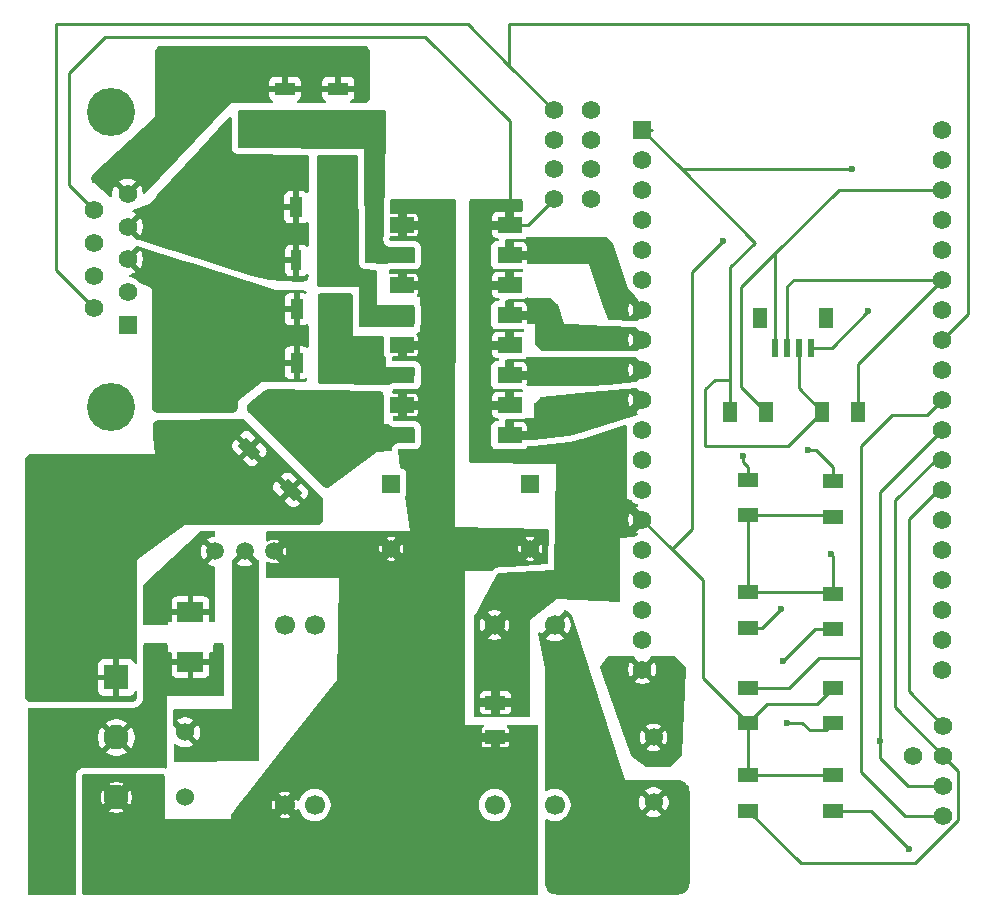
<source format=gbr>
%TF.GenerationSoftware,KiCad,Pcbnew,9.0.0*%
%TF.CreationDate,2025-06-18T07:15:52-06:00*%
%TF.ProjectId,schematic_Mk2.1,73636865-6d61-4746-9963-5f4d6b322e31,rev?*%
%TF.SameCoordinates,Original*%
%TF.FileFunction,Copper,L2,Bot*%
%TF.FilePolarity,Positive*%
%FSLAX46Y46*%
G04 Gerber Fmt 4.6, Leading zero omitted, Abs format (unit mm)*
G04 Created by KiCad (PCBNEW 9.0.0) date 2025-06-18 07:15:52*
%MOMM*%
%LPD*%
G01*
G04 APERTURE LIST*
G04 Aperture macros list*
%AMRotRect*
0 Rectangle, with rotation*
0 The origin of the aperture is its center*
0 $1 length*
0 $2 width*
0 $3 Rotation angle, in degrees counterclockwise*
0 Add horizontal line*
21,1,$1,$2,0,0,$3*%
G04 Aperture macros list end*
%TA.AperFunction,ComponentPad*%
%ADD10C,1.560000*%
%TD*%
%TA.AperFunction,ComponentPad*%
%ADD11C,1.498600*%
%TD*%
%TA.AperFunction,ComponentPad*%
%ADD12C,1.570000*%
%TD*%
%TA.AperFunction,ComponentPad*%
%ADD13R,1.560000X1.560000*%
%TD*%
%TA.AperFunction,ComponentPad*%
%ADD14C,1.575000*%
%TD*%
%TA.AperFunction,ComponentPad*%
%ADD15R,1.575000X1.575000*%
%TD*%
%TA.AperFunction,ComponentPad*%
%ADD16C,4.066000*%
%TD*%
%TA.AperFunction,ComponentPad*%
%ADD17C,1.524000*%
%TD*%
%TA.AperFunction,ComponentPad*%
%ADD18R,1.524000X1.524000*%
%TD*%
%TA.AperFunction,ComponentPad*%
%ADD19R,2.100000X2.100000*%
%TD*%
%TA.AperFunction,ComponentPad*%
%ADD20C,2.100000*%
%TD*%
%TA.AperFunction,ComponentPad*%
%ADD21C,1.700000*%
%TD*%
%TA.AperFunction,SMDPad,CuDef*%
%ADD22R,0.609600X1.549400*%
%TD*%
%TA.AperFunction,SMDPad,CuDef*%
%ADD23R,1.193800X1.803400*%
%TD*%
%TA.AperFunction,SMDPad,CuDef*%
%ADD24R,1.170000X1.770000*%
%TD*%
%TA.AperFunction,SMDPad,CuDef*%
%ADD25R,1.770000X1.170000*%
%TD*%
%TA.AperFunction,SMDPad,CuDef*%
%ADD26R,1.050000X1.720000*%
%TD*%
%TA.AperFunction,SMDPad,CuDef*%
%ADD27RotRect,1.050000X1.720000X45.000000*%
%TD*%
%TA.AperFunction,SMDPad,CuDef*%
%ADD28R,2.209800X1.651000*%
%TD*%
%TA.AperFunction,SMDPad,CuDef*%
%ADD29R,1.720000X1.050000*%
%TD*%
%TA.AperFunction,SMDPad,CuDef*%
%ADD30R,0.890000X1.680000*%
%TD*%
%TA.AperFunction,SMDPad,CuDef*%
%ADD31R,2.090000X1.390000*%
%TD*%
%TA.AperFunction,SMDPad,CuDef*%
%ADD32R,1.820000X1.200000*%
%TD*%
%TA.AperFunction,ViaPad*%
%ADD33C,0.600000*%
%TD*%
%TA.AperFunction,Conductor*%
%ADD34C,0.254000*%
%TD*%
G04 APERTURE END LIST*
D10*
%TO.P,J5,4_2,4_2*%
%TO.N,ESP_GND2*%
X142800000Y-68900000D03*
%TO.P,J5,4_1,4_1*%
X145900000Y-68900000D03*
%TO.P,J5,3_2,3_2*%
%TO.N,+3.3V*%
X142800000Y-66400000D03*
%TO.P,J5,3_1,3_1*%
X145900000Y-66400000D03*
%TO.P,J5,2_2,2_2*%
%TO.N,GPIO_18*%
X142800000Y-63900000D03*
%TO.P,J5,2_1,2_1*%
X145900000Y-63900000D03*
%TO.P,J5,1_2,1_2*%
%TO.N,GPIO_19*%
X142800000Y-61400000D03*
%TO.P,J5,1_1,1_1*%
X145900000Y-61400000D03*
%TD*%
D11*
%TO.P,J4,3,3*%
%TO.N,-Vin*%
X119104900Y-98745100D03*
%TO.P,J4,2,2*%
%TO.N,+VIN-dc*%
X116604900Y-98745100D03*
%TO.P,J4,1,1*%
%TO.N,+24V*%
X114104900Y-98745100D03*
%TD*%
D12*
%TO.P,S1,1*%
%TO.N,GPIO_4*%
X175750000Y-113509150D03*
%TO.P,S1,2*%
%TO.N,GPIO_16*%
X175750000Y-116049150D03*
%TO.P,S1,4*%
%TO.N,GPIO_17*%
X175750000Y-118589150D03*
%TO.P,S1,8*%
%TO.N,GPIO_5*%
X175750000Y-121129150D03*
%TO.P,S1,C*%
%TO.N,+3.3V*%
X173210000Y-116049150D03*
%TD*%
D13*
%TO.P,U1,J2-1,3V3*%
%TO.N,+3.3V*%
X150250000Y-63029150D03*
D10*
%TO.P,U1,J2-2,EN*%
%TO.N,unconnected-(U1-EN-PadJ2-2)*%
X150250000Y-65569150D03*
%TO.P,U1,J2-3,SENSOR_VP*%
%TO.N,unconnected-(U1-SENSOR_VP-PadJ2-3)*%
X150250000Y-68109150D03*
%TO.P,U1,J2-4,SENSOR_VN*%
%TO.N,unconnected-(U1-SENSOR_VN-PadJ2-4)*%
X150250000Y-70649150D03*
%TO.P,U1,J2-5,IO34*%
%TO.N,unconnected-(U1-IO34-PadJ2-5)*%
X150250000Y-73189150D03*
%TO.P,U1,J2-6,IO35*%
%TO.N,unconnected-(U1-IO35-PadJ2-6)*%
X150250000Y-75729150D03*
%TO.P,U1,J2-7,IO32*%
%TO.N,GPIO_32*%
X150250000Y-78269150D03*
%TO.P,U1,J2-8,IO33*%
%TO.N,GPIO_33*%
X150250000Y-80809150D03*
%TO.P,U1,J2-9,IO25*%
%TO.N,GPIO_25*%
X150250000Y-83349150D03*
%TO.P,U1,J2-10,IO26*%
%TO.N,GPIO_26*%
X150250000Y-85889150D03*
%TO.P,U1,J2-11,IO27*%
%TO.N,unconnected-(U1-IO27-PadJ2-11)*%
X150250000Y-88429150D03*
%TO.P,U1,J2-12,IO14*%
%TO.N,unconnected-(U1-IO14-PadJ2-12)*%
X150250000Y-90969150D03*
%TO.P,U1,J2-13,IO12*%
%TO.N,unconnected-(U1-IO12-PadJ2-13)*%
X150250000Y-93509150D03*
%TO.P,U1,J2-14,GND1*%
%TO.N,ESP_GND2*%
X150250000Y-96049150D03*
%TO.P,U1,J2-15,IO13*%
%TO.N,unconnected-(U1-IO13-PadJ2-15)*%
X150250000Y-98589150D03*
%TO.P,U1,J2-16,SD2*%
%TO.N,unconnected-(U1-SD2-PadJ2-16)*%
X150250000Y-101129150D03*
%TO.P,U1,J2-17,SD3*%
%TO.N,unconnected-(U1-SD3-PadJ2-17)*%
X150250000Y-103669150D03*
%TO.P,U1,J2-18,CMD*%
%TO.N,unconnected-(U1-CMD-PadJ2-18)*%
X150250000Y-106209150D03*
%TO.P,U1,J2-19,EXT_5V*%
%TO.N,+VOUT-esp*%
X150250000Y-108749150D03*
%TO.P,U1,J3-1,GND3*%
%TO.N,ESP_GND2*%
X175650000Y-63029150D03*
%TO.P,U1,J3-2,IO23*%
%TO.N,unconnected-(U1-IO23-PadJ3-2)*%
X175650000Y-65569150D03*
%TO.P,U1,J3-3,IO22*%
%TO.N,GPIO_22*%
X175650000Y-68109150D03*
%TO.P,U1,J3-4,TXD0*%
%TO.N,unconnected-(U1-TXD0-PadJ3-4)*%
X175650000Y-70649150D03*
%TO.P,U1,J3-5,RXD0*%
%TO.N,unconnected-(U1-RXD0-PadJ3-5)*%
X175650000Y-73189150D03*
%TO.P,U1,J3-6,IO21*%
%TO.N,GPIO_21*%
X175650000Y-75729150D03*
%TO.P,U1,J3-7,GND2*%
%TO.N,ESP_GND2*%
X175650000Y-78269150D03*
%TO.P,U1,J3-8,IO19*%
%TO.N,GPIO_19*%
X175650000Y-80809150D03*
%TO.P,U1,J3-9,IO18*%
%TO.N,GPIO_18*%
X175650000Y-83349150D03*
%TO.P,U1,J3-10,IO5*%
%TO.N,GPIO_5*%
X175650000Y-85889150D03*
%TO.P,U1,J3-11,IO17*%
%TO.N,GPIO_17*%
X175650000Y-88429150D03*
%TO.P,U1,J3-12,IO16*%
%TO.N,GPIO_16*%
X175650000Y-90969150D03*
%TO.P,U1,J3-13,IO4*%
%TO.N,GPIO_4*%
X175650000Y-93509150D03*
%TO.P,U1,J3-14,IO0*%
%TO.N,unconnected-(U1-IO0-PadJ3-14)*%
X175650000Y-96049150D03*
%TO.P,U1,J3-15,IO2*%
%TO.N,unconnected-(U1-IO2-PadJ3-15)*%
X175650000Y-98589150D03*
%TO.P,U1,J3-16,IO15*%
%TO.N,unconnected-(U1-IO15-PadJ3-16)*%
X175650000Y-101129150D03*
%TO.P,U1,J3-17,SD1*%
%TO.N,unconnected-(U1-SD1-PadJ3-17)*%
X175650000Y-103669150D03*
%TO.P,U1,J3-18,SD0*%
%TO.N,unconnected-(U1-SD0-PadJ3-18)*%
X175650000Y-106209150D03*
%TO.P,U1,J3-19,CLK*%
%TO.N,unconnected-(U1-CLK-PadJ3-19)*%
X175650000Y-108749150D03*
%TD*%
D14*
%TO.P,J1,5*%
%TO.N,spare*%
X106670000Y-68465000D03*
%TO.P,J1,4*%
%TO.N,ramp_up*%
X106670000Y-71235000D03*
D15*
%TO.P,J1,1*%
%TO.N,unconnected-(J1-Pad1)*%
X106670000Y-79545000D03*
D14*
%TO.P,J1,2*%
%TO.N,unconnected-(J1-Pad2)*%
X106670000Y-76775000D03*
%TO.P,J1,3*%
%TO.N,ramp_down*%
X106670000Y-74005000D03*
%TO.P,J1,6*%
%TO.N,GPIO_19*%
X103830000Y-78160000D03*
%TO.P,J1,7*%
%TO.N,GPIO_18*%
X103830000Y-75390000D03*
%TO.P,J1,8*%
%TO.N,+3.3V*%
X103830000Y-72620000D03*
%TO.P,J1,9*%
%TO.N,ESP_GND2*%
X103830000Y-69850000D03*
D16*
%TO.P,J1,S1,SHIELD*%
%TO.N,unconnected-(J1-SHIELD-PadS1)*%
X105250000Y-61510000D03*
%TO.P,J1,S2,SHIELD__1*%
%TO.N,unconnected-(J1-SHIELD__1-PadS2)*%
X105250000Y-86500000D03*
%TD*%
D17*
%TO.P,RF2,1*%
%TO.N,/+VOUT*%
X151210000Y-119989150D03*
%TO.P,RF2,2*%
%TO.N,+VOUT-esp*%
X151210000Y-114477350D03*
%TD*%
%TO.P,RF1,1*%
%TO.N,+VIN-dc*%
X111550000Y-114061700D03*
%TO.P,RF1,2*%
%TO.N,/+VIN*%
X111550000Y-119573500D03*
%TD*%
D18*
%TO.P,C2,1*%
%TO.N,/+VIN*%
X140750000Y-93000000D03*
D17*
%TO.P,C2,2*%
%TO.N,-Vin*%
X140750000Y-98511800D03*
%TD*%
D19*
%TO.P,J2,01,01*%
%TO.N,sim_home*%
X105725000Y-109415000D03*
D20*
%TO.P,J2,02,02*%
%TO.N,/+24V-Sim*%
X105725000Y-114495000D03*
%TO.P,J2,03,03*%
%TO.N,-Vin*%
X105725000Y-119575000D03*
%TD*%
D18*
%TO.P,C1,1*%
%TO.N,/+VIN*%
X129000000Y-93000000D03*
D17*
%TO.P,C1,2*%
%TO.N,-Vin*%
X129000000Y-98511800D03*
%TD*%
D21*
%TO.P,PS1,23,+VIN__1*%
%TO.N,unconnected-(PS1-+VIN__1-Pad23)*%
X119970000Y-104969150D03*
%TO.P,PS1,22,+VIN*%
%TO.N,/+VIN*%
X122510000Y-104969150D03*
%TO.P,PS1,3,-VIN__1*%
%TO.N,unconnected-(PS1--VIN__1-Pad3)*%
X122510000Y-120209150D03*
%TO.P,PS1,2,-VIN*%
%TO.N,-Vin*%
X119970000Y-120209150D03*
%TO.P,PS1,9,NC*%
%TO.N,unconnected-(PS1-NC-Pad9)*%
X137750000Y-120209150D03*
%TO.P,PS1,11,NC1*%
%TO.N,unconnected-(PS1-NC1-Pad11)*%
X142830000Y-120209150D03*
%TO.P,PS1,14,+VOUT*%
%TO.N,/+VOUT*%
X142830000Y-104969150D03*
%TO.P,PS1,16,-VOUT*%
%TO.N,ESP_GND2*%
X137750000Y-104969150D03*
%TD*%
D22*
%TO.P,J3,1,1*%
%TO.N,ESP_GND2*%
X164500000Y-81527600D03*
%TO.P,J3,2,2*%
%TO.N,+3.3V*%
X163499999Y-81527600D03*
%TO.P,J3,3,3*%
%TO.N,GPIO_21*%
X162500001Y-81527600D03*
%TO.P,J3,4,4*%
%TO.N,GPIO_22*%
X161500000Y-81527600D03*
D23*
%TO.P,J3,5*%
%TO.N,N/C*%
X165799999Y-79002601D03*
%TO.P,J3,6*%
X160200001Y-79002601D03*
%TD*%
D24*
%TO.P,R18,1*%
%TO.N,+3.3V*%
X157706000Y-86906000D03*
%TO.P,R18,2*%
%TO.N,GPIO_22*%
X160694000Y-86906000D03*
%TD*%
D25*
%TO.P,R11,1*%
%TO.N,GPIO_26*%
X166400000Y-105294000D03*
%TO.P,R11,2*%
%TO.N,+3.3V*%
X166400000Y-102306000D03*
%TD*%
%TO.P,R13,1*%
%TO.N,GPIO_17*%
X166400000Y-113294000D03*
%TO.P,R13,2*%
%TO.N,ESP_GND2*%
X166400000Y-110306000D03*
%TD*%
D26*
%TO.P,R6,1*%
%TO.N,ramp_down*%
X120990000Y-82750000D03*
%TO.P,R6,2*%
%TO.N,/ramp_down_opto*%
X123910000Y-82750000D03*
%TD*%
D27*
%TO.P,R8,1*%
%TO.N,sim_home*%
X120467624Y-93532376D03*
%TO.P,R8,2*%
%TO.N,/sim_home_opto*%
X122532376Y-91467624D03*
%TD*%
D28*
%TO.P,D1,1*%
%TO.N,+24V*%
X112000000Y-103879100D03*
%TO.P,D1,2*%
%TO.N,/+24V-Sim*%
X112000000Y-108120900D03*
%TD*%
D29*
%TO.P,R1,1*%
%TO.N,spare*%
X124500000Y-59580000D03*
%TO.P,R1,2*%
%TO.N,spare_opto*%
X124500000Y-62500000D03*
%TD*%
D26*
%TO.P,R5,1*%
%TO.N,ramp_down*%
X120990000Y-78250000D03*
%TO.P,R5,2*%
%TO.N,/ramp_down_opto*%
X123910000Y-78250000D03*
%TD*%
D30*
%TO.P,R4,1*%
%TO.N,ramp_up*%
X120955000Y-74100000D03*
%TO.P,R4,2*%
%TO.N,ramp_up_opto*%
X123945000Y-74100000D03*
%TD*%
D26*
%TO.P,R3,1*%
%TO.N,ramp_up*%
X120950000Y-69600000D03*
%TO.P,R3,2*%
%TO.N,ramp_up_opto*%
X123870000Y-69600000D03*
%TD*%
D24*
%TO.P,R17,1*%
%TO.N,+3.3V*%
X165506000Y-86906000D03*
%TO.P,R17,2*%
%TO.N,GPIO_21*%
X168494000Y-86906000D03*
%TD*%
D25*
%TO.P,R10,1*%
%TO.N,GPIO_33*%
X159200000Y-92706000D03*
%TO.P,R10,2*%
%TO.N,+3.3V*%
X159200000Y-95694000D03*
%TD*%
D31*
%TO.P,U2,1*%
%TO.N,/sim_home_opto*%
X129930000Y-88890000D03*
%TO.P,U2,2*%
%TO.N,-Vin*%
X129930000Y-86350000D03*
%TO.P,U2,3*%
%TO.N,/ramp_down_opto*%
X129930000Y-83810000D03*
%TO.P,U2,4*%
%TO.N,-Vin*%
X129930000Y-81270000D03*
%TO.P,U2,5*%
%TO.N,ramp_up_opto*%
X129930000Y-78730000D03*
%TO.P,U2,6*%
%TO.N,-Vin*%
X129930000Y-76190000D03*
%TO.P,U2,7*%
%TO.N,spare_opto*%
X129930000Y-73650000D03*
%TO.P,U2,8*%
%TO.N,-Vin*%
X129930000Y-71110000D03*
%TO.P,U2,9*%
%TO.N,ESP_GND2*%
X139010000Y-71110000D03*
%TO.P,U2,10*%
%TO.N,GPIO_32*%
X139010000Y-73650000D03*
%TO.P,U2,11*%
%TO.N,ESP_GND2*%
X139010000Y-76190000D03*
%TO.P,U2,12*%
%TO.N,GPIO_33*%
X139010000Y-78730000D03*
%TO.P,U2,13*%
%TO.N,ESP_GND2*%
X139010000Y-81270000D03*
%TO.P,U2,14*%
%TO.N,GPIO_25*%
X139010000Y-83810000D03*
%TO.P,U2,15*%
%TO.N,ESP_GND2*%
X139010000Y-86350000D03*
%TO.P,U2,16*%
%TO.N,GPIO_26*%
X139010000Y-88890000D03*
%TD*%
D25*
%TO.P,R9,1*%
%TO.N,GPIO_32*%
X166400000Y-92800000D03*
%TO.P,R9,2*%
%TO.N,+3.3V*%
X166400000Y-95788000D03*
%TD*%
%TO.P,R12,1*%
%TO.N,GPIO_25*%
X159200000Y-105200000D03*
%TO.P,R12,2*%
%TO.N,+3.3V*%
X159200000Y-102212000D03*
%TD*%
%TO.P,R14,1*%
%TO.N,GPIO_5*%
X159200000Y-110306000D03*
%TO.P,R14,2*%
%TO.N,ESP_GND2*%
X159200000Y-113294000D03*
%TD*%
%TO.P,R16,1*%
%TO.N,GPIO_4*%
X166400000Y-120694000D03*
%TO.P,R16,2*%
%TO.N,ESP_GND2*%
X166400000Y-117706000D03*
%TD*%
D29*
%TO.P,R2,1*%
%TO.N,spare*%
X120000000Y-59580000D03*
%TO.P,R2,2*%
%TO.N,spare_opto*%
X120000000Y-62500000D03*
%TD*%
D25*
%TO.P,R15,1*%
%TO.N,GPIO_16*%
X159200000Y-120694000D03*
%TO.P,R15,2*%
%TO.N,ESP_GND2*%
X159200000Y-117706000D03*
%TD*%
D32*
%TO.P,C3,1*%
%TO.N,ESP_GND2*%
X137800000Y-111540000D03*
%TO.P,C3,2*%
%TO.N,-Vin*%
X137800000Y-114460000D03*
%TD*%
D27*
%TO.P,R7,1*%
%TO.N,sim_home*%
X116967624Y-90032376D03*
%TO.P,R7,2*%
%TO.N,/sim_home_opto*%
X119032376Y-87967624D03*
%TD*%
D33*
%TO.N,sim_home*%
X105250000Y-95650000D03*
X103466667Y-97600000D03*
X101683333Y-93550000D03*
X103466667Y-93550000D03*
X105250000Y-97600000D03*
X99900000Y-93550000D03*
X101683333Y-95650000D03*
X99900000Y-97600000D03*
X101683333Y-97600000D03*
X103466667Y-95650000D03*
X99900000Y-95650000D03*
X105250000Y-93550000D03*
%TO.N,spare*%
X110600000Y-59200000D03*
X110600000Y-61200000D03*
X116400000Y-57200000D03*
X110600000Y-57200000D03*
X114400000Y-59200000D03*
X110600000Y-63200000D03*
X116400000Y-59200000D03*
X114400000Y-57200000D03*
X112400000Y-61200000D03*
X112400000Y-59200000D03*
X112400000Y-57200000D03*
%TO.N,ramp_down*%
X116370000Y-79900000D03*
X117030000Y-78480000D03*
X112370000Y-79900000D03*
X115030000Y-78480000D03*
X113120000Y-81550000D03*
X114370000Y-79900000D03*
X113030000Y-78480000D03*
X115120000Y-81550000D03*
X111120000Y-81550000D03*
%TO.N,ramp_up*%
X116560000Y-70510000D03*
X116610000Y-68810000D03*
X114560000Y-70510000D03*
X112560000Y-70510000D03*
X112610000Y-68810000D03*
X114610000Y-68810000D03*
%TO.N,+3.3V*%
X166200000Y-99000000D03*
X168000000Y-66400000D03*
%TO.N,GPIO_25*%
X162000000Y-103600000D03*
%TO.N,GPIO_26*%
X162200000Y-108000000D03*
%TO.N,ESP_GND2*%
X169400000Y-78400000D03*
X157100000Y-72450000D03*
%TO.N,GPIO_17*%
X170400000Y-114800000D03*
X162500000Y-113250000D03*
%TO.N,GPIO_4*%
X172850000Y-123950000D03*
%TO.N,+24V*%
X111450000Y-99900000D03*
X110350000Y-100800000D03*
X112450000Y-100800000D03*
%TO.N,GPIO_32*%
X164300000Y-90150000D03*
%TO.N,GPIO_33*%
X158800000Y-90700000D03*
%TO.N,/+VOUT*%
X148850000Y-124350000D03*
X148850000Y-125650000D03*
X146000000Y-124350000D03*
X144550000Y-124350000D03*
X151750000Y-125700000D03*
X144550000Y-125650000D03*
X150300000Y-124400000D03*
X147400000Y-124350000D03*
X150300000Y-125700000D03*
X151750000Y-124400000D03*
X146000000Y-125650000D03*
X147400000Y-125650000D03*
%TO.N,+VOUT-esp*%
X150800000Y-111600000D03*
X152600000Y-111600000D03*
X149000000Y-111600000D03*
%TO.N,/+24V-Sim*%
X100000000Y-116600000D03*
X100000000Y-118350000D03*
X100000000Y-113600000D03*
X101600000Y-118350000D03*
X101600000Y-113600000D03*
X100000000Y-115000000D03*
X101600000Y-115000000D03*
X101600000Y-116600000D03*
%TD*%
D34*
%TO.N,GPIO_19*%
X100625000Y-54125000D02*
X100625000Y-74955000D01*
X100625000Y-74955000D02*
X103830000Y-78160000D01*
X135525000Y-54125000D02*
X100625000Y-54125000D01*
X139000000Y-57600000D02*
X135525000Y-54125000D01*
%TO.N,ESP_GND2*%
X140590000Y-71110000D02*
X142800000Y-68900000D01*
X139010000Y-71110000D02*
X140590000Y-71110000D01*
%TO.N,GPIO_19*%
X139000000Y-57600000D02*
X142800000Y-61400000D01*
X139000000Y-54050000D02*
X139000000Y-57600000D01*
%TO.N,ESP_GND2*%
X101700000Y-67720000D02*
X103830000Y-69850000D01*
X104750000Y-55175000D02*
X101700000Y-58225000D01*
X131875000Y-55175000D02*
X104750000Y-55175000D01*
X101700000Y-58225000D02*
X101700000Y-67720000D01*
X139010000Y-62310000D02*
X131875000Y-55175000D01*
X139010000Y-71110000D02*
X139010000Y-62310000D01*
%TO.N,GPIO_17*%
X172789150Y-118589150D02*
X175750000Y-118589150D01*
X170400000Y-116200000D02*
X172789150Y-118589150D01*
X170400000Y-114800000D02*
X170400000Y-116200000D01*
%TO.N,+3.3V*%
X166400000Y-99200000D02*
X166400000Y-102306000D01*
X151090301Y-63029150D02*
X150250000Y-63029150D01*
X157706000Y-74694000D02*
X157706000Y-84200000D01*
X157706000Y-84200000D02*
X156400000Y-84200000D01*
X162612000Y-89800000D02*
X155600000Y-89800000D01*
X166306000Y-102212000D02*
X166400000Y-102306000D01*
X155600000Y-85000000D02*
X155600000Y-89800000D01*
X156400000Y-84200000D02*
X155600000Y-85000000D01*
X165506000Y-86906000D02*
X162612000Y-89800000D01*
X153510425Y-66289575D02*
X150250000Y-63029150D01*
X159810425Y-72589575D02*
X153510425Y-66289575D01*
X166306000Y-95694000D02*
X166400000Y-95788000D01*
X159200000Y-102212000D02*
X166306000Y-102212000D01*
X168000000Y-66400000D02*
X153620850Y-66400000D01*
X159200000Y-95694000D02*
X166306000Y-95694000D01*
X159200000Y-95694000D02*
X159200000Y-102212000D01*
X166200000Y-99000000D02*
X166400000Y-99200000D01*
X165506000Y-86906000D02*
X163499999Y-84899999D01*
X153620850Y-66400000D02*
X153510425Y-66289575D01*
X163499999Y-84899999D02*
X163499999Y-81527600D01*
X157706000Y-84200000D02*
X157706000Y-86906000D01*
X159810425Y-72589575D02*
X157706000Y-74694000D01*
%TO.N,GPIO_25*%
X160400000Y-105200000D02*
X162000000Y-103600000D01*
X159200000Y-105200000D02*
X160400000Y-105200000D01*
%TO.N,GPIO_26*%
X164906000Y-105294000D02*
X162200000Y-108000000D01*
X166400000Y-105294000D02*
X164906000Y-105294000D01*
%TO.N,GPIO_16*%
X159200000Y-120694000D02*
X163656000Y-125150000D01*
X175080850Y-90969150D02*
X175650000Y-90969150D01*
X171650000Y-94400000D02*
X175080850Y-90969150D01*
X171650000Y-111949150D02*
X171650000Y-94400000D01*
X175750000Y-116049150D02*
X171650000Y-111949150D01*
X177000000Y-117299150D02*
X175750000Y-116049150D01*
X163656000Y-125150000D02*
X173322000Y-125150000D01*
X173322000Y-125150000D02*
X177000000Y-121472000D01*
X177000000Y-121472000D02*
X177000000Y-117299150D01*
%TO.N,ESP_GND2*%
X152775425Y-98574575D02*
X150250000Y-96049150D01*
X155400000Y-109494000D02*
X155400000Y-101199150D01*
X155400000Y-101199150D02*
X152775425Y-98574575D01*
X165056000Y-111650000D02*
X166400000Y-110306000D01*
X160844000Y-111650000D02*
X165056000Y-111650000D01*
X159200000Y-117706000D02*
X166400000Y-117706000D01*
X159200000Y-113294000D02*
X155400000Y-109494000D01*
X166272400Y-81527600D02*
X169400000Y-78400000D01*
X157100000Y-72450000D02*
X154500000Y-75050000D01*
X154500000Y-96850000D02*
X152775425Y-98574575D01*
X164500000Y-81527600D02*
X166272400Y-81527600D01*
X159200000Y-113294000D02*
X160844000Y-111650000D01*
X159200000Y-117706000D02*
X159200000Y-113294000D01*
X154500000Y-75050000D02*
X154500000Y-96850000D01*
%TO.N,GPIO_17*%
X170400000Y-114800000D02*
X170400000Y-93679150D01*
X165794000Y-113900000D02*
X166400000Y-113294000D01*
X164450000Y-113900000D02*
X165794000Y-113900000D01*
X162500000Y-113250000D02*
X163800000Y-113250000D01*
X163800000Y-113250000D02*
X164450000Y-113900000D01*
X170400000Y-93679150D02*
X175650000Y-88429150D01*
%TO.N,GPIO_4*%
X175750000Y-113509150D02*
X172800000Y-110559150D01*
X175290850Y-93509150D02*
X175650000Y-93509150D01*
X169594000Y-120694000D02*
X172850000Y-123950000D01*
X172800000Y-96000000D02*
X175290850Y-93509150D01*
X166400000Y-120694000D02*
X169594000Y-120694000D01*
X172800000Y-110559150D02*
X172800000Y-96000000D01*
%TO.N,GPIO_21*%
X168494000Y-82885150D02*
X175650000Y-75729150D01*
X163070850Y-75729150D02*
X175650000Y-75729150D01*
X162500001Y-76299999D02*
X163070850Y-75729150D01*
X168494000Y-86906000D02*
X168494000Y-82885150D01*
X162500001Y-81527600D02*
X162500001Y-76299999D01*
%TO.N,GPIO_22*%
X158650000Y-76350000D02*
X161500000Y-73500000D01*
X161500000Y-73500000D02*
X166890850Y-68109150D01*
X161500000Y-81527600D02*
X161500000Y-73500000D01*
X158650000Y-84862000D02*
X158650000Y-76350000D01*
X160694000Y-86906000D02*
X158650000Y-84862000D01*
X166890850Y-68109150D02*
X175650000Y-68109150D01*
%TO.N,GPIO_32*%
X164950000Y-90150000D02*
X166400000Y-91600000D01*
X164300000Y-90150000D02*
X164950000Y-90150000D01*
X166400000Y-91600000D02*
X166400000Y-92800000D01*
%TO.N,GPIO_33*%
X158800000Y-91200000D02*
X159200000Y-91600000D01*
X158800000Y-90700000D02*
X158800000Y-91200000D01*
X159200000Y-91600000D02*
X159200000Y-92706000D01*
%TO.N,GPIO_5*%
X159200000Y-110306000D02*
X162694000Y-110306000D01*
X162694000Y-110306000D02*
X165200000Y-107800000D01*
X171400000Y-87200000D02*
X174339150Y-87200000D01*
X174339150Y-87200000D02*
X175650000Y-85889150D01*
X168800000Y-107800000D02*
X168800000Y-89800000D01*
X168800000Y-117400000D02*
X172529150Y-121129150D01*
X168800000Y-89800000D02*
X171400000Y-87200000D01*
X168800000Y-107800000D02*
X168800000Y-117400000D01*
X172529150Y-121129150D02*
X175750000Y-121129150D01*
X165200000Y-107800000D02*
X168800000Y-107800000D01*
%TO.N,GPIO_19*%
X139000000Y-54050000D02*
X177800000Y-54050000D01*
X177800000Y-54050000D02*
X177800000Y-78659150D01*
X177800000Y-78659150D02*
X175650000Y-80809150D01*
%TD*%
%TA.AperFunction,Conductor*%
%TO.N,-Vin*%
G36*
X134422681Y-68929685D02*
G01*
X134468436Y-68982489D01*
X134479641Y-69034358D01*
X134399999Y-96649999D01*
X134400000Y-96649999D01*
X134400000Y-96650000D01*
X142221906Y-96838975D01*
X142288445Y-96860272D01*
X142332912Y-96914166D01*
X142342893Y-96964739D01*
X142303017Y-99709881D01*
X142282361Y-99776628D01*
X142228898Y-99821611D01*
X142186765Y-99831839D01*
X139090760Y-100025340D01*
X138036713Y-100091218D01*
X138036711Y-100091218D01*
X138036700Y-100091219D01*
X137928159Y-100110033D01*
X137928144Y-100110036D01*
X137876543Y-100124919D01*
X137774655Y-100166798D01*
X137659424Y-100252940D01*
X137609973Y-100302326D01*
X137597144Y-100319440D01*
X137541181Y-100361273D01*
X137500880Y-100369026D01*
X135200000Y-100423809D01*
X135200000Y-100423810D01*
X135200000Y-113400000D01*
X136719678Y-113400000D01*
X136786717Y-113419685D01*
X136832472Y-113472489D01*
X136842416Y-113541647D01*
X136813391Y-113605203D01*
X136788569Y-113627102D01*
X136709760Y-113679760D01*
X136654505Y-113762455D01*
X136654503Y-113762459D01*
X136640000Y-113835371D01*
X136640000Y-114085000D01*
X138960000Y-114085000D01*
X138960000Y-113835373D01*
X138959999Y-113835371D01*
X138945496Y-113762459D01*
X138945494Y-113762455D01*
X138890239Y-113679760D01*
X138811431Y-113627102D01*
X138766626Y-113573490D01*
X138757919Y-113504165D01*
X138788073Y-113441138D01*
X138847516Y-113404418D01*
X138880322Y-113400000D01*
X141276000Y-113400000D01*
X141343039Y-113419685D01*
X141388794Y-113472489D01*
X141400000Y-113524000D01*
X141400000Y-127676000D01*
X141380315Y-127743039D01*
X141327511Y-127788794D01*
X141276000Y-127800000D01*
X102924000Y-127800000D01*
X102856961Y-127780315D01*
X102811206Y-127727511D01*
X102800000Y-127676000D01*
X102800000Y-119472682D01*
X104425000Y-119472682D01*
X104425000Y-119677317D01*
X104457009Y-119879417D01*
X104520244Y-120074031D01*
X104579447Y-120190221D01*
X105041711Y-119727957D01*
X105051901Y-119779182D01*
X105104668Y-119906574D01*
X105181274Y-120021224D01*
X105278776Y-120118726D01*
X105393426Y-120195332D01*
X105520818Y-120248099D01*
X105572041Y-120258288D01*
X105109776Y-120720551D01*
X105225968Y-120779755D01*
X105420582Y-120842990D01*
X105622683Y-120875000D01*
X105827317Y-120875000D01*
X106029417Y-120842990D01*
X106224025Y-120779756D01*
X106340222Y-120720551D01*
X105877959Y-120258288D01*
X105929182Y-120248099D01*
X106056574Y-120195332D01*
X106171224Y-120118726D01*
X106268726Y-120021224D01*
X106345332Y-119906574D01*
X106398099Y-119779182D01*
X106408288Y-119727959D01*
X106870551Y-120190222D01*
X106929756Y-120074025D01*
X106992990Y-119879417D01*
X107025000Y-119677317D01*
X107025000Y-119472682D01*
X106992990Y-119270582D01*
X106929755Y-119075968D01*
X106870551Y-118959776D01*
X106408287Y-119422040D01*
X106398099Y-119370818D01*
X106345332Y-119243426D01*
X106268726Y-119128776D01*
X106171224Y-119031274D01*
X106056574Y-118954668D01*
X105929182Y-118901901D01*
X105877958Y-118891711D01*
X106340221Y-118429447D01*
X106224031Y-118370244D01*
X106029417Y-118307009D01*
X105827317Y-118275000D01*
X105622683Y-118275000D01*
X105420582Y-118307009D01*
X105225972Y-118370243D01*
X105225965Y-118370246D01*
X105109776Y-118429446D01*
X105572041Y-118891711D01*
X105520818Y-118901901D01*
X105393426Y-118954668D01*
X105278776Y-119031274D01*
X105181274Y-119128776D01*
X105104668Y-119243426D01*
X105051901Y-119370818D01*
X105041711Y-119422041D01*
X104579446Y-118959776D01*
X104520246Y-119075965D01*
X104520243Y-119075972D01*
X104457009Y-119270582D01*
X104425000Y-119472682D01*
X102800000Y-119472682D01*
X102800000Y-117724000D01*
X102819685Y-117656961D01*
X102872489Y-117611206D01*
X102924000Y-117600000D01*
X109676000Y-117600000D01*
X109743039Y-117619685D01*
X109788794Y-117672489D01*
X109800000Y-117724000D01*
X109800000Y-121400000D01*
X115400000Y-121400000D01*
X115400000Y-121206002D01*
X119503476Y-121206002D01*
X119547746Y-121228560D01*
X119547749Y-121228561D01*
X119712413Y-121282063D01*
X119883429Y-121309150D01*
X120056571Y-121309150D01*
X120227584Y-121282064D01*
X120392251Y-121228559D01*
X120436523Y-121206002D01*
X119970001Y-120739480D01*
X119970000Y-120739480D01*
X119503476Y-121206002D01*
X115400000Y-121206002D01*
X115400000Y-121106019D01*
X115419685Y-121038980D01*
X115426462Y-121029454D01*
X116138472Y-120122578D01*
X118870000Y-120122578D01*
X118870000Y-120295721D01*
X118897086Y-120466735D01*
X118897086Y-120466738D01*
X118950589Y-120631401D01*
X118950589Y-120631402D01*
X118973146Y-120675673D01*
X119439670Y-120209150D01*
X119439670Y-120209149D01*
X119387010Y-120156489D01*
X119570000Y-120156489D01*
X119570000Y-120261811D01*
X119597259Y-120363544D01*
X119649920Y-120454756D01*
X119724394Y-120529230D01*
X119815606Y-120581891D01*
X119917339Y-120609150D01*
X120022661Y-120609150D01*
X120124394Y-120581891D01*
X120215606Y-120529230D01*
X120290080Y-120454756D01*
X120342741Y-120363544D01*
X120370000Y-120261811D01*
X120370000Y-120209149D01*
X120500330Y-120209149D01*
X120500330Y-120209151D01*
X120966852Y-120675673D01*
X120989410Y-120631401D01*
X120990370Y-120628446D01*
X120991041Y-120627463D01*
X120991275Y-120626900D01*
X120991393Y-120626949D01*
X121029802Y-120570767D01*
X121094159Y-120543563D01*
X121163006Y-120555472D01*
X121214486Y-120602712D01*
X121226234Y-120628434D01*
X121234309Y-120653287D01*
X121258444Y-120727564D01*
X121354951Y-120916970D01*
X121479890Y-121088936D01*
X121630213Y-121239259D01*
X121802179Y-121364198D01*
X121802181Y-121364199D01*
X121802184Y-121364201D01*
X121991588Y-121460707D01*
X122193757Y-121526396D01*
X122403713Y-121559650D01*
X122403714Y-121559650D01*
X122616286Y-121559650D01*
X122616287Y-121559650D01*
X122826243Y-121526396D01*
X123028412Y-121460707D01*
X123217816Y-121364201D01*
X123330869Y-121282064D01*
X123389786Y-121239259D01*
X123389788Y-121239256D01*
X123389792Y-121239254D01*
X123540104Y-121088942D01*
X123540106Y-121088938D01*
X123540109Y-121088936D01*
X123665048Y-120916970D01*
X123665047Y-120916970D01*
X123665051Y-120916966D01*
X123761557Y-120727562D01*
X123827246Y-120525393D01*
X123860500Y-120315437D01*
X123860500Y-120102863D01*
X136399500Y-120102863D01*
X136399500Y-120315437D01*
X136432754Y-120525393D01*
X136474309Y-120653287D01*
X136498444Y-120727564D01*
X136594951Y-120916970D01*
X136719890Y-121088936D01*
X136870213Y-121239259D01*
X137042179Y-121364198D01*
X137042181Y-121364199D01*
X137042184Y-121364201D01*
X137231588Y-121460707D01*
X137433757Y-121526396D01*
X137643713Y-121559650D01*
X137643714Y-121559650D01*
X137856286Y-121559650D01*
X137856287Y-121559650D01*
X138066243Y-121526396D01*
X138268412Y-121460707D01*
X138457816Y-121364201D01*
X138570869Y-121282064D01*
X138629786Y-121239259D01*
X138629788Y-121239256D01*
X138629792Y-121239254D01*
X138780104Y-121088942D01*
X138780106Y-121088938D01*
X138780109Y-121088936D01*
X138905048Y-120916970D01*
X138905047Y-120916970D01*
X138905051Y-120916966D01*
X139001557Y-120727562D01*
X139067246Y-120525393D01*
X139100500Y-120315437D01*
X139100500Y-120102863D01*
X139067246Y-119892907D01*
X139001557Y-119690738D01*
X138905051Y-119501334D01*
X138905049Y-119501331D01*
X138905048Y-119501329D01*
X138780109Y-119329363D01*
X138629786Y-119179040D01*
X138457820Y-119054101D01*
X138268414Y-118957594D01*
X138268413Y-118957593D01*
X138268412Y-118957593D01*
X138066243Y-118891904D01*
X138066241Y-118891903D01*
X138066240Y-118891903D01*
X137904957Y-118866358D01*
X137856287Y-118858650D01*
X137643713Y-118858650D01*
X137595042Y-118866358D01*
X137433760Y-118891903D01*
X137231585Y-118957594D01*
X137042179Y-119054101D01*
X136870213Y-119179040D01*
X136719890Y-119329363D01*
X136594951Y-119501329D01*
X136498444Y-119690735D01*
X136432753Y-119892910D01*
X136404067Y-120074031D01*
X136399500Y-120102863D01*
X123860500Y-120102863D01*
X123827246Y-119892907D01*
X123761557Y-119690738D01*
X123665051Y-119501334D01*
X123665049Y-119501331D01*
X123665048Y-119501329D01*
X123540109Y-119329363D01*
X123389786Y-119179040D01*
X123217820Y-119054101D01*
X123028414Y-118957594D01*
X123028413Y-118957593D01*
X123028412Y-118957593D01*
X122826243Y-118891904D01*
X122826241Y-118891903D01*
X122826240Y-118891903D01*
X122664957Y-118866358D01*
X122616287Y-118858650D01*
X122403713Y-118858650D01*
X122355042Y-118866358D01*
X122193760Y-118891903D01*
X121991585Y-118957594D01*
X121802179Y-119054101D01*
X121630213Y-119179040D01*
X121479890Y-119329363D01*
X121354951Y-119501329D01*
X121258444Y-119690733D01*
X121226235Y-119789863D01*
X121186797Y-119847538D01*
X121122438Y-119874736D01*
X121053592Y-119862821D01*
X121002116Y-119815576D01*
X120990370Y-119789852D01*
X120989410Y-119786897D01*
X120989410Y-119786896D01*
X120966852Y-119742626D01*
X120500330Y-120209149D01*
X120370000Y-120209149D01*
X120370000Y-120156489D01*
X120342741Y-120054756D01*
X120290080Y-119963544D01*
X120215606Y-119889070D01*
X120124394Y-119836409D01*
X120022661Y-119809150D01*
X119917339Y-119809150D01*
X119815606Y-119836409D01*
X119724394Y-119889070D01*
X119649920Y-119963544D01*
X119597259Y-120054756D01*
X119570000Y-120156489D01*
X119387010Y-120156489D01*
X118973146Y-119742625D01*
X118950589Y-119786898D01*
X118950588Y-119786901D01*
X118897086Y-119951561D01*
X118897086Y-119951564D01*
X118870000Y-120122578D01*
X116138472Y-120122578D01*
X116853156Y-119212296D01*
X119503475Y-119212296D01*
X119970000Y-119678820D01*
X119970001Y-119678820D01*
X120436523Y-119212296D01*
X120436523Y-119212295D01*
X120392252Y-119189739D01*
X120227586Y-119136236D01*
X120056571Y-119109150D01*
X119883429Y-119109150D01*
X119712414Y-119136236D01*
X119712411Y-119136236D01*
X119547751Y-119189738D01*
X119547748Y-119189739D01*
X119503475Y-119212296D01*
X116853156Y-119212296D01*
X120093887Y-115084628D01*
X136640000Y-115084628D01*
X136654503Y-115157540D01*
X136654505Y-115157544D01*
X136709760Y-115240239D01*
X136792455Y-115295494D01*
X136792459Y-115295496D01*
X136865371Y-115309999D01*
X136865374Y-115310000D01*
X137425000Y-115310000D01*
X138175000Y-115310000D01*
X138734626Y-115310000D01*
X138734628Y-115309999D01*
X138807540Y-115295496D01*
X138807544Y-115295494D01*
X138890239Y-115240239D01*
X138945494Y-115157544D01*
X138945496Y-115157540D01*
X138959999Y-115084628D01*
X138960000Y-115084626D01*
X138960000Y-114835000D01*
X138175000Y-114835000D01*
X138175000Y-115310000D01*
X137425000Y-115310000D01*
X137425000Y-114835000D01*
X136640000Y-114835000D01*
X136640000Y-115084628D01*
X120093887Y-115084628D01*
X124400000Y-109600000D01*
X124600000Y-101000000D01*
X124600000Y-100999999D01*
X118524087Y-101004260D01*
X118457034Y-100984622D01*
X118411242Y-100931851D01*
X118400000Y-100880260D01*
X118400000Y-99707936D01*
X118419685Y-99640897D01*
X118472489Y-99595142D01*
X118541647Y-99585198D01*
X118592891Y-99604834D01*
X118631556Y-99630669D01*
X118813410Y-99705995D01*
X118813420Y-99705998D01*
X119006475Y-99744400D01*
X119203324Y-99744400D01*
X119396380Y-99705998D01*
X119396393Y-99705994D01*
X119494730Y-99665260D01*
X119494730Y-99665259D01*
X119271151Y-99441680D01*
X128600448Y-99441680D01*
X128704813Y-99484910D01*
X128704817Y-99484911D01*
X128900322Y-99523799D01*
X128900326Y-99523800D01*
X129099674Y-99523800D01*
X129099677Y-99523799D01*
X129295183Y-99484911D01*
X129295198Y-99484907D01*
X129399551Y-99441681D01*
X129399551Y-99441680D01*
X140350448Y-99441680D01*
X140454813Y-99484910D01*
X140454817Y-99484911D01*
X140650322Y-99523799D01*
X140650326Y-99523800D01*
X140849674Y-99523800D01*
X140849677Y-99523799D01*
X141045183Y-99484911D01*
X141045198Y-99484907D01*
X141149551Y-99441681D01*
X141149551Y-99441680D01*
X140750001Y-99042130D01*
X140750000Y-99042130D01*
X140350448Y-99441680D01*
X129399551Y-99441680D01*
X129000001Y-99042130D01*
X129000000Y-99042130D01*
X128600448Y-99441680D01*
X119271151Y-99441680D01*
X119069871Y-99240400D01*
X119170107Y-99240400D01*
X119296079Y-99206646D01*
X119409021Y-99141439D01*
X119501239Y-99049221D01*
X119566446Y-98936279D01*
X119600200Y-98810307D01*
X119600200Y-98745099D01*
X119635230Y-98745099D01*
X119635230Y-98745101D01*
X120025059Y-99134930D01*
X120025060Y-99134930D01*
X120065794Y-99036593D01*
X120065798Y-99036580D01*
X120104200Y-98843524D01*
X120104200Y-98646675D01*
X120065798Y-98453620D01*
X120065797Y-98453618D01*
X120065745Y-98453491D01*
X120065744Y-98453489D01*
X120048609Y-98412122D01*
X127988000Y-98412122D01*
X127988000Y-98611477D01*
X128026888Y-98806982D01*
X128026890Y-98806990D01*
X128070118Y-98911351D01*
X128469670Y-98511800D01*
X128469670Y-98511799D01*
X128402791Y-98444920D01*
X128492000Y-98444920D01*
X128492000Y-98578680D01*
X128526619Y-98707881D01*
X128593498Y-98823720D01*
X128688080Y-98918302D01*
X128803919Y-98985181D01*
X128933120Y-99019800D01*
X129066880Y-99019800D01*
X129196081Y-98985181D01*
X129311920Y-98918302D01*
X129406502Y-98823720D01*
X129473381Y-98707881D01*
X129508000Y-98578680D01*
X129508000Y-98511799D01*
X129530330Y-98511799D01*
X129530330Y-98511800D01*
X129929880Y-98911351D01*
X129929881Y-98911351D01*
X129973107Y-98806998D01*
X129973111Y-98806983D01*
X130011999Y-98611477D01*
X130012000Y-98611474D01*
X130012000Y-98412126D01*
X130011999Y-98412122D01*
X139738000Y-98412122D01*
X139738000Y-98611477D01*
X139776888Y-98806982D01*
X139776890Y-98806990D01*
X139820118Y-98911351D01*
X140219670Y-98511800D01*
X140219670Y-98511799D01*
X140152791Y-98444920D01*
X140242000Y-98444920D01*
X140242000Y-98578680D01*
X140276619Y-98707881D01*
X140343498Y-98823720D01*
X140438080Y-98918302D01*
X140553919Y-98985181D01*
X140683120Y-99019800D01*
X140816880Y-99019800D01*
X140946081Y-98985181D01*
X141061920Y-98918302D01*
X141156502Y-98823720D01*
X141223381Y-98707881D01*
X141258000Y-98578680D01*
X141258000Y-98511799D01*
X141280330Y-98511799D01*
X141280330Y-98511800D01*
X141679880Y-98911351D01*
X141679881Y-98911351D01*
X141723107Y-98806998D01*
X141723111Y-98806983D01*
X141761999Y-98611477D01*
X141762000Y-98611474D01*
X141762000Y-98412126D01*
X141761999Y-98412122D01*
X141723111Y-98216617D01*
X141723110Y-98216613D01*
X141679880Y-98112248D01*
X141280330Y-98511799D01*
X141258000Y-98511799D01*
X141258000Y-98444920D01*
X141223381Y-98315719D01*
X141156502Y-98199880D01*
X141061920Y-98105298D01*
X140946081Y-98038419D01*
X140816880Y-98003800D01*
X140683120Y-98003800D01*
X140553919Y-98038419D01*
X140438080Y-98105298D01*
X140343498Y-98199880D01*
X140276619Y-98315719D01*
X140242000Y-98444920D01*
X140152791Y-98444920D01*
X139820118Y-98112247D01*
X139776890Y-98216609D01*
X139776888Y-98216617D01*
X139738000Y-98412122D01*
X130011999Y-98412122D01*
X129973111Y-98216617D01*
X129973110Y-98216613D01*
X129929880Y-98112248D01*
X129530330Y-98511799D01*
X129508000Y-98511799D01*
X129508000Y-98444920D01*
X129473381Y-98315719D01*
X129406502Y-98199880D01*
X129311920Y-98105298D01*
X129196081Y-98038419D01*
X129066880Y-98003800D01*
X128933120Y-98003800D01*
X128803919Y-98038419D01*
X128688080Y-98105298D01*
X128593498Y-98199880D01*
X128526619Y-98315719D01*
X128492000Y-98444920D01*
X128402791Y-98444920D01*
X128070118Y-98112247D01*
X128026890Y-98216609D01*
X128026888Y-98216617D01*
X127988000Y-98412122D01*
X120048609Y-98412122D01*
X120025059Y-98355269D01*
X119635230Y-98745099D01*
X119600200Y-98745099D01*
X119600200Y-98679893D01*
X119566446Y-98553921D01*
X119501239Y-98440979D01*
X119409021Y-98348761D01*
X119296079Y-98283554D01*
X119170107Y-98249800D01*
X119069870Y-98249800D01*
X119494730Y-97824939D01*
X119396385Y-97784203D01*
X119396379Y-97784201D01*
X119203324Y-97745800D01*
X119006476Y-97745800D01*
X118813420Y-97784201D01*
X118813410Y-97784204D01*
X118631555Y-97859530D01*
X118631553Y-97859531D01*
X118592889Y-97885366D01*
X118526212Y-97906243D01*
X118458832Y-97887758D01*
X118412142Y-97835778D01*
X118400000Y-97782263D01*
X118400000Y-97581918D01*
X128600447Y-97581918D01*
X129000000Y-97981470D01*
X129000001Y-97981470D01*
X129399551Y-97581918D01*
X140350447Y-97581918D01*
X140750000Y-97981470D01*
X140750001Y-97981470D01*
X141149551Y-97581918D01*
X141045190Y-97538690D01*
X141045182Y-97538688D01*
X140849677Y-97499800D01*
X140650322Y-97499800D01*
X140454817Y-97538688D01*
X140454809Y-97538690D01*
X140350447Y-97581918D01*
X129399551Y-97581918D01*
X129295190Y-97538690D01*
X129295182Y-97538688D01*
X129099677Y-97499800D01*
X128900322Y-97499800D01*
X128704817Y-97538688D01*
X128704809Y-97538690D01*
X128600447Y-97581918D01*
X118400000Y-97581918D01*
X118400000Y-97121360D01*
X118419685Y-97054321D01*
X118472489Y-97008566D01*
X118524026Y-96997360D01*
X130600000Y-97000000D01*
X130154652Y-94134929D01*
X130163806Y-94065663D01*
X130177908Y-94041584D01*
X130205796Y-94004331D01*
X130256091Y-93869483D01*
X130262500Y-93809873D01*
X130262499Y-92190128D01*
X130256091Y-92130517D01*
X130232724Y-92067868D01*
X130205797Y-91995671D01*
X130205793Y-91995664D01*
X130119547Y-91880455D01*
X130119544Y-91880452D01*
X130004335Y-91794206D01*
X130004328Y-91794202D01*
X129869482Y-91743908D01*
X129861938Y-91742126D01*
X129862664Y-91739051D01*
X129811536Y-91717821D01*
X129771738Y-91660394D01*
X129766900Y-91640396D01*
X129547442Y-90228544D01*
X129556596Y-90159277D01*
X129601746Y-90105955D01*
X129668557Y-90085507D01*
X129669861Y-90085499D01*
X131022872Y-90085499D01*
X131082483Y-90079091D01*
X131217331Y-90028796D01*
X131332546Y-89942546D01*
X131418796Y-89827331D01*
X131469091Y-89692483D01*
X131475500Y-89632873D01*
X131475499Y-88147128D01*
X131469091Y-88087517D01*
X131437984Y-88004116D01*
X131418797Y-87952671D01*
X131418793Y-87952664D01*
X131332547Y-87837455D01*
X131332544Y-87837452D01*
X131217335Y-87751206D01*
X131217328Y-87751202D01*
X131082482Y-87700908D01*
X131082483Y-87700908D01*
X131022883Y-87694501D01*
X131022881Y-87694500D01*
X131022873Y-87694500D01*
X131022865Y-87694500D01*
X129259764Y-87694500D01*
X129226908Y-87684852D01*
X129193919Y-87675573D01*
X129193430Y-87675022D01*
X129192725Y-87674815D01*
X129170333Y-87648973D01*
X129147564Y-87623295D01*
X129147280Y-87622369D01*
X129146970Y-87622011D01*
X129137235Y-87589546D01*
X129113686Y-87438046D01*
X129122840Y-87368778D01*
X129167990Y-87315456D01*
X129234801Y-87295008D01*
X129236215Y-87295000D01*
X129555000Y-87295000D01*
X130305000Y-87295000D01*
X130999626Y-87295000D01*
X130999628Y-87294999D01*
X131072540Y-87280496D01*
X131072544Y-87280494D01*
X131155239Y-87225239D01*
X131210494Y-87142544D01*
X131210496Y-87142540D01*
X131224999Y-87069628D01*
X131225000Y-87069626D01*
X131225000Y-86725000D01*
X130305000Y-86725000D01*
X130305000Y-87295000D01*
X129555000Y-87295000D01*
X129555000Y-85975000D01*
X130305000Y-85975000D01*
X131225000Y-85975000D01*
X131225000Y-85630373D01*
X131224999Y-85630371D01*
X131210496Y-85557459D01*
X131210494Y-85557455D01*
X131155239Y-85474760D01*
X131072544Y-85419505D01*
X131072540Y-85419503D01*
X130999627Y-85405000D01*
X130305000Y-85405000D01*
X130305000Y-85975000D01*
X129555000Y-85975000D01*
X129555000Y-85405000D01*
X129209535Y-85405000D01*
X129201266Y-85402572D01*
X129192747Y-85403858D01*
X129168250Y-85392877D01*
X129142496Y-85385315D01*
X129136854Y-85378804D01*
X129128990Y-85375279D01*
X129114317Y-85352794D01*
X129096741Y-85332511D01*
X129094515Y-85322452D01*
X129090805Y-85316766D01*
X129085538Y-85281868D01*
X129084478Y-85130367D01*
X129103693Y-85063191D01*
X129156176Y-85017068D01*
X129208471Y-85005499D01*
X131022872Y-85005499D01*
X131082483Y-84999091D01*
X131217331Y-84948796D01*
X131332546Y-84862546D01*
X131418796Y-84747331D01*
X131469091Y-84612483D01*
X131475500Y-84552873D01*
X131475499Y-83067128D01*
X131469091Y-83007517D01*
X131418796Y-82872669D01*
X131418795Y-82872668D01*
X131418793Y-82872664D01*
X131332547Y-82757455D01*
X131332544Y-82757452D01*
X131217335Y-82671206D01*
X131217328Y-82671202D01*
X131082482Y-82620908D01*
X131082483Y-82620908D01*
X131022883Y-82614501D01*
X131022881Y-82614500D01*
X131022873Y-82614500D01*
X131022865Y-82614500D01*
X129190020Y-82614500D01*
X129181751Y-82612072D01*
X129173231Y-82613358D01*
X129148734Y-82602377D01*
X129122981Y-82594815D01*
X129117338Y-82588303D01*
X129109474Y-82584778D01*
X129094801Y-82562293D01*
X129077226Y-82542011D01*
X129075000Y-82531952D01*
X129071290Y-82526266D01*
X129066023Y-82491370D01*
X129064964Y-82339866D01*
X129084180Y-82272691D01*
X129136662Y-82226568D01*
X129188961Y-82215000D01*
X129555000Y-82215000D01*
X130305000Y-82215000D01*
X130999626Y-82215000D01*
X130999628Y-82214999D01*
X131072540Y-82200496D01*
X131072544Y-82200494D01*
X131155239Y-82145239D01*
X131210494Y-82062544D01*
X131210496Y-82062540D01*
X131224999Y-81989628D01*
X131225000Y-81989626D01*
X131225000Y-81645000D01*
X130305000Y-81645000D01*
X130305000Y-82215000D01*
X129555000Y-82215000D01*
X129555000Y-81394000D01*
X129574685Y-81326961D01*
X129627489Y-81281206D01*
X129679000Y-81270000D01*
X129930000Y-81270000D01*
X129930000Y-81019000D01*
X129949685Y-80951961D01*
X130002489Y-80906206D01*
X130054000Y-80895000D01*
X131225000Y-80895000D01*
X131225000Y-80550373D01*
X131224999Y-80550371D01*
X131210496Y-80477459D01*
X131210494Y-80477455D01*
X131153991Y-80392891D01*
X131133113Y-80326213D01*
X131151598Y-80258833D01*
X131203577Y-80212143D01*
X131257093Y-80200000D01*
X131400000Y-80200000D01*
X131400000Y-79733402D01*
X131415170Y-79673971D01*
X131418793Y-79667334D01*
X131418796Y-79667331D01*
X131469091Y-79532483D01*
X131475500Y-79472873D01*
X131475499Y-77987128D01*
X131469091Y-77927517D01*
X131443309Y-77858393D01*
X131418797Y-77792672D01*
X131418796Y-77792669D01*
X131418793Y-77792665D01*
X131415168Y-77786026D01*
X131400000Y-77726598D01*
X131400000Y-77200000D01*
X131297184Y-77200000D01*
X131230145Y-77180315D01*
X131184390Y-77127511D01*
X131174446Y-77058353D01*
X131194081Y-77007110D01*
X131210495Y-76982543D01*
X131210496Y-76982540D01*
X131224999Y-76909628D01*
X131225000Y-76909626D01*
X131225000Y-76565000D01*
X130054000Y-76565000D01*
X129986961Y-76545315D01*
X129941206Y-76492511D01*
X129930000Y-76441000D01*
X129930000Y-76190000D01*
X129679000Y-76190000D01*
X129611961Y-76170315D01*
X129566206Y-76117511D01*
X129555000Y-76066000D01*
X129555000Y-75815000D01*
X130305000Y-75815000D01*
X131225000Y-75815000D01*
X131225000Y-75470373D01*
X131224999Y-75470371D01*
X131210496Y-75397459D01*
X131210494Y-75397455D01*
X131155239Y-75314760D01*
X131072544Y-75259505D01*
X131072540Y-75259503D01*
X130999627Y-75245000D01*
X130305000Y-75245000D01*
X130305000Y-75815000D01*
X129555000Y-75815000D01*
X129555000Y-75245000D01*
X128906617Y-75245000D01*
X128896995Y-75242174D01*
X128887048Y-75243446D01*
X128864029Y-75232494D01*
X128839578Y-75225315D01*
X128833012Y-75217738D01*
X128823955Y-75213429D01*
X128810510Y-75191768D01*
X128793823Y-75172511D01*
X128791414Y-75161004D01*
X128787107Y-75154066D01*
X128782632Y-75119056D01*
X128785008Y-74967550D01*
X128805740Y-74900833D01*
X128859255Y-74855911D01*
X128908987Y-74845499D01*
X131022872Y-74845499D01*
X131082483Y-74839091D01*
X131217331Y-74788796D01*
X131332546Y-74702546D01*
X131418796Y-74587331D01*
X131469091Y-74452483D01*
X131475500Y-74392873D01*
X131475499Y-72907128D01*
X131469091Y-72847517D01*
X131455606Y-72811363D01*
X131418797Y-72712671D01*
X131418793Y-72712664D01*
X131332547Y-72597455D01*
X131332544Y-72597452D01*
X131217335Y-72511206D01*
X131217328Y-72511202D01*
X131082482Y-72460908D01*
X131082483Y-72460908D01*
X131022883Y-72454501D01*
X131022881Y-72454500D01*
X131022873Y-72454500D01*
X131022865Y-72454500D01*
X128950375Y-72454500D01*
X128940752Y-72451674D01*
X128930805Y-72452946D01*
X128907788Y-72441995D01*
X128883336Y-72434815D01*
X128876769Y-72427236D01*
X128867713Y-72422928D01*
X128854270Y-72401271D01*
X128837581Y-72382011D01*
X128835171Y-72370503D01*
X128830865Y-72363565D01*
X128826391Y-72328568D01*
X128828767Y-72177050D01*
X128849500Y-72110333D01*
X128903015Y-72065412D01*
X128952751Y-72055000D01*
X129555000Y-72055000D01*
X130305000Y-72055000D01*
X130999626Y-72055000D01*
X130999628Y-72054999D01*
X131072540Y-72040496D01*
X131072544Y-72040494D01*
X131155239Y-71985239D01*
X131210494Y-71902544D01*
X131210496Y-71902540D01*
X131224999Y-71829628D01*
X131225000Y-71829626D01*
X131225000Y-71485000D01*
X130305000Y-71485000D01*
X130305000Y-72055000D01*
X129555000Y-72055000D01*
X129555000Y-70735000D01*
X130305000Y-70735000D01*
X131225000Y-70735000D01*
X131225000Y-70390373D01*
X131224999Y-70390371D01*
X131210496Y-70317459D01*
X131210494Y-70317455D01*
X131155239Y-70234760D01*
X131072544Y-70179505D01*
X131072540Y-70179503D01*
X130999627Y-70165000D01*
X130305000Y-70165000D01*
X130305000Y-70735000D01*
X129555000Y-70735000D01*
X129555000Y-70165000D01*
X128986279Y-70165000D01*
X128919240Y-70145315D01*
X128873485Y-70092511D01*
X128862294Y-70039058D01*
X128878086Y-69032056D01*
X128898820Y-68965333D01*
X128952335Y-68920412D01*
X129002071Y-68910000D01*
X134355642Y-68910000D01*
X134422681Y-68929685D01*
G37*
%TD.AperFunction*%
%TD*%
%TA.AperFunction,Conductor*%
%TO.N,/ramp_down_opto*%
G36*
X125662539Y-76919685D02*
G01*
X125708294Y-76972489D01*
X125719500Y-77024000D01*
X125719500Y-79626000D01*
X125719501Y-79626009D01*
X125731052Y-79733450D01*
X125731054Y-79733462D01*
X125742259Y-79784969D01*
X125768654Y-79864269D01*
X125775000Y-79903429D01*
X125775000Y-80500000D01*
X128260500Y-80500000D01*
X128327539Y-80519685D01*
X128373294Y-80572489D01*
X128384500Y-80624000D01*
X128384500Y-82012870D01*
X128384501Y-82012876D01*
X128390908Y-82072483D01*
X128441202Y-82207328D01*
X128441204Y-82207331D01*
X128525266Y-82319624D01*
X128549684Y-82385086D01*
X128550000Y-82393934D01*
X128550000Y-83100000D01*
X129037751Y-83100000D01*
X129054664Y-83101159D01*
X129063391Y-83102360D01*
X129104799Y-83114205D01*
X129147250Y-83113906D01*
X129156099Y-83115125D01*
X129156238Y-83115187D01*
X129156831Y-83115227D01*
X129190020Y-83120000D01*
X130845999Y-83120000D01*
X130854684Y-83122550D01*
X130863646Y-83121262D01*
X130887686Y-83132240D01*
X130913038Y-83139685D01*
X130918965Y-83146525D01*
X130927202Y-83150287D01*
X130941491Y-83172521D01*
X130958793Y-83192489D01*
X130961080Y-83203003D01*
X130964976Y-83209065D01*
X130969999Y-83244000D01*
X130969999Y-83438052D01*
X130969942Y-83441808D01*
X130941520Y-84379755D01*
X130919814Y-84446167D01*
X130865648Y-84490302D01*
X130817577Y-84499999D01*
X129208463Y-84499999D01*
X129099279Y-84511933D01*
X129046978Y-84523503D01*
X128942979Y-84558725D01*
X128884567Y-84596843D01*
X128817666Y-84616994D01*
X128815162Y-84616986D01*
X122922360Y-84539054D01*
X122855587Y-84518485D01*
X122810534Y-84465080D01*
X122800000Y-84415065D01*
X122800000Y-77024000D01*
X122819685Y-76956961D01*
X122872489Y-76911206D01*
X122924000Y-76900000D01*
X125595500Y-76900000D01*
X125662539Y-76919685D01*
G37*
%TD.AperFunction*%
%TD*%
%TA.AperFunction,Conductor*%
%TO.N,sim_home*%
G36*
X116297319Y-87503710D02*
G01*
X116404349Y-87516632D01*
X116436190Y-87524870D01*
X116528335Y-87562343D01*
X116556895Y-87578669D01*
X116642564Y-87644113D01*
X116654970Y-87654970D01*
X123047801Y-94047801D01*
X123058496Y-94059996D01*
X123123075Y-94144157D01*
X123139260Y-94172191D01*
X123176715Y-94262616D01*
X123185093Y-94293882D01*
X123198939Y-94399046D01*
X123200000Y-94415232D01*
X123200000Y-95991874D01*
X123198939Y-96008060D01*
X123185093Y-96113224D01*
X123176715Y-96144491D01*
X123139259Y-96234918D01*
X123123074Y-96262951D01*
X123063491Y-96340601D01*
X123040601Y-96363491D01*
X122962951Y-96423074D01*
X122934918Y-96439259D01*
X122844491Y-96476715D01*
X122813224Y-96485093D01*
X122762882Y-96491721D01*
X122746669Y-96492782D01*
X118524144Y-96491859D01*
X118454907Y-96499292D01*
X118441672Y-96500000D01*
X111500000Y-96500000D01*
X109785714Y-97785713D01*
X107500000Y-99499999D01*
X107500000Y-108190750D01*
X107480315Y-108257789D01*
X107427511Y-108303544D01*
X107358353Y-108313488D01*
X107294797Y-108284463D01*
X107259818Y-108234083D01*
X107218354Y-108122913D01*
X107218350Y-108122906D01*
X107132190Y-108007812D01*
X107132187Y-108007809D01*
X107017093Y-107921649D01*
X107017086Y-107921645D01*
X106882379Y-107871403D01*
X106882372Y-107871401D01*
X106822844Y-107865000D01*
X105975000Y-107865000D01*
X105975000Y-108760879D01*
X105929182Y-108741901D01*
X105793944Y-108715000D01*
X105656056Y-108715000D01*
X105520818Y-108741901D01*
X105475000Y-108760879D01*
X105475000Y-107865000D01*
X104627155Y-107865000D01*
X104567627Y-107871401D01*
X104567620Y-107871403D01*
X104432913Y-107921645D01*
X104432906Y-107921649D01*
X104317812Y-108007809D01*
X104317809Y-108007812D01*
X104231649Y-108122906D01*
X104231645Y-108122913D01*
X104181403Y-108257620D01*
X104181401Y-108257627D01*
X104175000Y-108317155D01*
X104175000Y-109165000D01*
X105070879Y-109165000D01*
X105051901Y-109210818D01*
X105025000Y-109346056D01*
X105025000Y-109483944D01*
X105051901Y-109619182D01*
X105070879Y-109665000D01*
X104175000Y-109665000D01*
X104175000Y-110512844D01*
X104181401Y-110572372D01*
X104181403Y-110572379D01*
X104231645Y-110707086D01*
X104231649Y-110707093D01*
X104317809Y-110822187D01*
X104317812Y-110822190D01*
X104432906Y-110908350D01*
X104432913Y-110908354D01*
X104567620Y-110958596D01*
X104567627Y-110958598D01*
X104627155Y-110964999D01*
X104627172Y-110965000D01*
X105475000Y-110965000D01*
X105475000Y-110069120D01*
X105520818Y-110088099D01*
X105656056Y-110115000D01*
X105793944Y-110115000D01*
X105929182Y-110088099D01*
X105975000Y-110069120D01*
X105975000Y-110965000D01*
X106822828Y-110965000D01*
X106822844Y-110964999D01*
X106882372Y-110958598D01*
X106882379Y-110958596D01*
X107017086Y-110908354D01*
X107017093Y-110908350D01*
X107132187Y-110822190D01*
X107132190Y-110822187D01*
X107218350Y-110707093D01*
X107218354Y-110707086D01*
X107259818Y-110595916D01*
X107301689Y-110539982D01*
X107367153Y-110515565D01*
X107435426Y-110530416D01*
X107484832Y-110579821D01*
X107500000Y-110639249D01*
X107500000Y-110991874D01*
X107498939Y-111008059D01*
X107498939Y-111008060D01*
X107485093Y-111113224D01*
X107476715Y-111144491D01*
X107439259Y-111234918D01*
X107423074Y-111262951D01*
X107363491Y-111340601D01*
X107340601Y-111363491D01*
X107262951Y-111423074D01*
X107234918Y-111439259D01*
X107144491Y-111476715D01*
X107113224Y-111485093D01*
X107019398Y-111497446D01*
X107008058Y-111498939D01*
X106991874Y-111500000D01*
X98508126Y-111500000D01*
X98491941Y-111498939D01*
X98478917Y-111497224D01*
X98386775Y-111485093D01*
X98355508Y-111476715D01*
X98265081Y-111439259D01*
X98237048Y-111423074D01*
X98159398Y-111363491D01*
X98136508Y-111340601D01*
X98076925Y-111262951D01*
X98060740Y-111234918D01*
X98023284Y-111144491D01*
X98014906Y-111113223D01*
X98001061Y-111008059D01*
X98000000Y-110991874D01*
X98000000Y-94433936D01*
X119919616Y-94433936D01*
X119919616Y-94433937D01*
X120384772Y-94899093D01*
X120431407Y-94936673D01*
X120562188Y-94996399D01*
X120704505Y-95016860D01*
X120846821Y-94996399D01*
X120977602Y-94936673D01*
X121024237Y-94899093D01*
X121252512Y-94670818D01*
X121252512Y-94670817D01*
X120467623Y-93885929D01*
X120467622Y-93885929D01*
X119919616Y-94433936D01*
X98000000Y-94433936D01*
X98000000Y-93295494D01*
X118983140Y-93295494D01*
X118983140Y-93295495D01*
X119003600Y-93437811D01*
X119063326Y-93568592D01*
X119100906Y-93615227D01*
X119100910Y-93615231D01*
X119566061Y-94080383D01*
X119566062Y-94080383D01*
X120114070Y-93532376D01*
X120114068Y-93532374D01*
X120821177Y-93532374D01*
X120821177Y-93532375D01*
X121606065Y-94317264D01*
X121606066Y-94317264D01*
X121834341Y-94088989D01*
X121871921Y-94042354D01*
X121931647Y-93911573D01*
X121952108Y-93769257D01*
X121952108Y-93769256D01*
X121931647Y-93626940D01*
X121871921Y-93496159D01*
X121834341Y-93449524D01*
X121834337Y-93449520D01*
X121369186Y-92984368D01*
X121369185Y-92984368D01*
X120821177Y-93532374D01*
X120114068Y-93532374D01*
X119329181Y-92747487D01*
X119329180Y-92747487D01*
X119100910Y-92975757D01*
X119063326Y-93022397D01*
X119003600Y-93153178D01*
X118983140Y-93295494D01*
X98000000Y-93295494D01*
X98000000Y-92393932D01*
X119682735Y-92393932D01*
X119682735Y-92393933D01*
X120467624Y-93178822D01*
X120467625Y-93178822D01*
X121015631Y-92630814D01*
X120550475Y-92165658D01*
X120503840Y-92128078D01*
X120373059Y-92068352D01*
X120230743Y-92047892D01*
X120088426Y-92068352D01*
X119957645Y-92128078D01*
X119911005Y-92165662D01*
X119682735Y-92393932D01*
X98000000Y-92393932D01*
X98000000Y-91008125D01*
X98001061Y-90991940D01*
X98008697Y-90933936D01*
X116419616Y-90933936D01*
X116419616Y-90933937D01*
X116884772Y-91399093D01*
X116931407Y-91436673D01*
X117062188Y-91496399D01*
X117204505Y-91516860D01*
X117346821Y-91496399D01*
X117477602Y-91436673D01*
X117524237Y-91399093D01*
X117752512Y-91170818D01*
X117752512Y-91170817D01*
X116967623Y-90385929D01*
X116967622Y-90385929D01*
X116419616Y-90933936D01*
X98008697Y-90933936D01*
X98014906Y-90886776D01*
X98023284Y-90855509D01*
X98031728Y-90835123D01*
X98031728Y-90835122D01*
X98060740Y-90765081D01*
X98076923Y-90737050D01*
X98136513Y-90659392D01*
X98159392Y-90636513D01*
X98237050Y-90576923D01*
X98265079Y-90560740D01*
X98355509Y-90523283D01*
X98386775Y-90514906D01*
X98491941Y-90501061D01*
X98508126Y-90500000D01*
X109000000Y-90500000D01*
X108939267Y-89795494D01*
X115483140Y-89795494D01*
X115483140Y-89795495D01*
X115503600Y-89937811D01*
X115563326Y-90068592D01*
X115600906Y-90115227D01*
X115600910Y-90115231D01*
X116066061Y-90580383D01*
X116066062Y-90580383D01*
X116614070Y-90032376D01*
X116614068Y-90032374D01*
X117321177Y-90032374D01*
X117321177Y-90032375D01*
X118106065Y-90817264D01*
X118106066Y-90817264D01*
X118334341Y-90588989D01*
X118371921Y-90542354D01*
X118431647Y-90411573D01*
X118452108Y-90269257D01*
X118452108Y-90269256D01*
X118431647Y-90126940D01*
X118371921Y-89996159D01*
X118334341Y-89949524D01*
X118334337Y-89949520D01*
X117869186Y-89484368D01*
X117869185Y-89484368D01*
X117321177Y-90032374D01*
X116614068Y-90032374D01*
X115829181Y-89247487D01*
X115829180Y-89247487D01*
X115600910Y-89475757D01*
X115563326Y-89522397D01*
X115503600Y-89653178D01*
X115483140Y-89795494D01*
X108939267Y-89795494D01*
X108861546Y-88893932D01*
X116182735Y-88893932D01*
X116182735Y-88893933D01*
X116967624Y-89678822D01*
X116967625Y-89678822D01*
X117515631Y-89130814D01*
X117050475Y-88665658D01*
X117003840Y-88628078D01*
X116873059Y-88568352D01*
X116730743Y-88547892D01*
X116588426Y-88568352D01*
X116457645Y-88628078D01*
X116411005Y-88665662D01*
X116182735Y-88893932D01*
X108861546Y-88893932D01*
X108796933Y-88144428D01*
X108796637Y-88127475D01*
X108802293Y-88016644D01*
X108808623Y-87983378D01*
X108841311Y-87886360D01*
X108856403Y-87856046D01*
X108914124Y-87771486D01*
X108936854Y-87746389D01*
X109015301Y-87680601D01*
X109043970Y-87662592D01*
X109137303Y-87620478D01*
X109169764Y-87610901D01*
X109279504Y-87594327D01*
X109296397Y-87592949D01*
X116280872Y-87502827D01*
X116297319Y-87503710D01*
G37*
%TD.AperFunction*%
%TD*%
%TA.AperFunction,Conductor*%
%TO.N,+24V*%
G36*
X114043039Y-97025185D02*
G01*
X114088794Y-97077989D01*
X114100000Y-97129500D01*
X114100000Y-97375097D01*
X114080315Y-97442136D01*
X114027511Y-97487891D01*
X113995398Y-97497570D01*
X113812353Y-97526561D01*
X113625337Y-97587326D01*
X113625334Y-97587327D01*
X113450120Y-97676605D01*
X113415275Y-97701921D01*
X113415275Y-97701923D01*
X113979327Y-98265974D01*
X113913721Y-98283554D01*
X113800779Y-98348761D01*
X113708561Y-98440979D01*
X113643354Y-98553921D01*
X113625774Y-98619527D01*
X113061723Y-98055475D01*
X113061721Y-98055475D01*
X113036405Y-98090320D01*
X112947127Y-98265534D01*
X112947126Y-98265537D01*
X112886362Y-98452553D01*
X112855600Y-98646778D01*
X112855600Y-98843421D01*
X112886362Y-99037646D01*
X112947126Y-99224662D01*
X112947127Y-99224665D01*
X113036402Y-99399875D01*
X113061722Y-99434723D01*
X113061722Y-99434724D01*
X113625774Y-98870672D01*
X113643354Y-98936279D01*
X113708561Y-99049221D01*
X113800779Y-99141439D01*
X113913721Y-99206646D01*
X113979326Y-99224224D01*
X113415275Y-99788276D01*
X113415275Y-99788277D01*
X113450123Y-99813596D01*
X113625334Y-99902872D01*
X113625337Y-99902873D01*
X113812353Y-99963637D01*
X113995398Y-99992629D01*
X114058532Y-100022558D01*
X114095464Y-100081869D01*
X114100000Y-100115102D01*
X114100000Y-104631400D01*
X114097449Y-104640085D01*
X114098738Y-104649047D01*
X114087759Y-104673087D01*
X114080315Y-104698439D01*
X114073474Y-104704366D01*
X114069713Y-104712603D01*
X114047478Y-104726892D01*
X114027511Y-104744194D01*
X114016996Y-104746481D01*
X114010935Y-104750377D01*
X113976000Y-104755400D01*
X113728900Y-104755400D01*
X113661861Y-104735715D01*
X113616106Y-104682911D01*
X113604900Y-104631400D01*
X113604900Y-104129100D01*
X110395100Y-104129100D01*
X110395100Y-104631400D01*
X110375415Y-104698439D01*
X110322611Y-104744194D01*
X110271100Y-104755400D01*
X110056900Y-104755400D01*
X110056900Y-104876000D01*
X110037215Y-104943039D01*
X109984411Y-104988794D01*
X109932900Y-105000000D01*
X108129500Y-105000000D01*
X108062461Y-104980315D01*
X108016706Y-104927511D01*
X108005500Y-104876000D01*
X108005500Y-103005755D01*
X110395100Y-103005755D01*
X110395100Y-103629100D01*
X111750000Y-103629100D01*
X112250000Y-103629100D01*
X113604900Y-103629100D01*
X113604900Y-103005772D01*
X113604899Y-103005755D01*
X113598498Y-102946227D01*
X113598496Y-102946220D01*
X113548254Y-102811513D01*
X113548250Y-102811506D01*
X113462090Y-102696412D01*
X113462087Y-102696409D01*
X113346993Y-102610249D01*
X113346986Y-102610245D01*
X113212279Y-102560003D01*
X113212272Y-102560001D01*
X113152744Y-102553600D01*
X112250000Y-102553600D01*
X112250000Y-103629100D01*
X111750000Y-103629100D01*
X111750000Y-102553600D01*
X110847255Y-102553600D01*
X110787727Y-102560001D01*
X110787720Y-102560003D01*
X110653013Y-102610245D01*
X110653006Y-102610249D01*
X110537912Y-102696409D01*
X110537909Y-102696412D01*
X110451749Y-102811506D01*
X110451745Y-102811513D01*
X110401503Y-102946220D01*
X110401501Y-102946227D01*
X110395100Y-103005755D01*
X108005500Y-103005755D01*
X108005500Y-101549853D01*
X108025185Y-101482814D01*
X108046085Y-101458103D01*
X112908478Y-97037746D01*
X112971324Y-97007217D01*
X112991889Y-97005500D01*
X113976000Y-97005500D01*
X114043039Y-97025185D01*
G37*
%TD.AperFunction*%
%TD*%
%TA.AperFunction,Conductor*%
%TO.N,GPIO_33*%
G36*
X140725599Y-77242521D02*
G01*
X142362873Y-77297097D01*
X142429220Y-77319004D01*
X142432520Y-77321365D01*
X143031998Y-77765142D01*
X143074168Y-77820850D01*
X143075544Y-77824668D01*
X143634765Y-79459314D01*
X143634766Y-79459315D01*
X144111110Y-79483086D01*
X144111112Y-79483087D01*
X144134144Y-79484236D01*
X144134145Y-79484237D01*
X147169936Y-79635739D01*
X149734926Y-79763746D01*
X150260330Y-80289150D01*
X150181541Y-80289150D01*
X150049288Y-80324587D01*
X149930713Y-80393046D01*
X149833896Y-80489863D01*
X149765437Y-80608438D01*
X149730000Y-80740691D01*
X149730000Y-80877609D01*
X149765437Y-81009862D01*
X149833896Y-81128437D01*
X149930713Y-81225254D01*
X150049288Y-81293713D01*
X150181541Y-81329150D01*
X150260328Y-81329150D01*
X149838335Y-81751143D01*
X149777012Y-81784628D01*
X149733014Y-81786201D01*
X149721181Y-81784500D01*
X149721179Y-81784500D01*
X142526428Y-81784500D01*
X142523201Y-81784458D01*
X142454626Y-81782672D01*
X141749450Y-81764308D01*
X141682946Y-81742885D01*
X141664809Y-81727843D01*
X141224156Y-81285292D01*
X141190802Y-81223897D01*
X141188054Y-81200494D01*
X141186253Y-81117648D01*
X141177528Y-80716276D01*
X149070000Y-80716276D01*
X149070000Y-80902023D01*
X149099055Y-81085468D01*
X149099055Y-81085471D01*
X149156450Y-81262111D01*
X149156450Y-81262112D01*
X149193665Y-81335153D01*
X149193666Y-81335153D01*
X149719670Y-80809150D01*
X149719670Y-80809149D01*
X149193665Y-80283145D01*
X149156450Y-80356187D01*
X149156450Y-80356188D01*
X149099055Y-80532828D01*
X149099055Y-80532831D01*
X149070000Y-80716276D01*
X141177528Y-80716276D01*
X141160867Y-79949882D01*
X141150000Y-79450000D01*
X140579000Y-79450000D01*
X140511961Y-79430315D01*
X140466206Y-79377511D01*
X140455000Y-79326000D01*
X140455000Y-79105000D01*
X139134000Y-79105000D01*
X139066961Y-79085315D01*
X139021206Y-79032511D01*
X139010000Y-78981000D01*
X139010000Y-78730000D01*
X138759000Y-78730000D01*
X138691961Y-78710315D01*
X138646206Y-78657511D01*
X138635000Y-78606000D01*
X138635000Y-78355000D01*
X139385000Y-78355000D01*
X140454999Y-78355000D01*
X140454999Y-78003520D01*
X140440164Y-77909850D01*
X140440162Y-77909844D01*
X140382643Y-77796958D01*
X140382636Y-77796949D01*
X140293050Y-77707363D01*
X140293046Y-77707360D01*
X140180144Y-77649833D01*
X140086486Y-77635000D01*
X139385000Y-77635000D01*
X139385000Y-78355000D01*
X138635000Y-78355000D01*
X138635000Y-77623223D01*
X138649532Y-77573730D01*
X138808092Y-77420367D01*
X138869962Y-77387911D01*
X138894292Y-77385499D01*
X140102872Y-77385499D01*
X140162483Y-77379091D01*
X140297331Y-77328796D01*
X140310411Y-77319004D01*
X140391037Y-77258648D01*
X140456501Y-77234230D01*
X140469467Y-77233983D01*
X140725599Y-77242521D01*
G37*
%TD.AperFunction*%
%TD*%
%TA.AperFunction,Conductor*%
%TO.N,GPIO_26*%
G36*
X150260330Y-85369150D02*
G01*
X150181541Y-85369150D01*
X150049288Y-85404587D01*
X149930713Y-85473046D01*
X149833896Y-85569863D01*
X149765437Y-85688438D01*
X149730000Y-85820691D01*
X149730000Y-85957609D01*
X149765437Y-86089862D01*
X149833896Y-86208437D01*
X149930713Y-86305254D01*
X150049288Y-86373713D01*
X150181541Y-86409150D01*
X150260328Y-86409150D01*
X149723996Y-86945482D01*
X149783625Y-86975865D01*
X149834421Y-87023839D01*
X149851216Y-87091660D01*
X149828679Y-87157795D01*
X149773964Y-87201247D01*
X149765340Y-87204381D01*
X149004905Y-87449268D01*
X144981776Y-88744851D01*
X144969917Y-88748031D01*
X144009221Y-88955299D01*
X143997106Y-88957291D01*
X141050289Y-89293004D01*
X141043282Y-89293602D01*
X140569113Y-89320524D01*
X140501066Y-89304671D01*
X140474403Y-89284404D01*
X140454999Y-89265000D01*
X139134000Y-89265000D01*
X139066961Y-89245315D01*
X139021206Y-89192511D01*
X139010000Y-89141000D01*
X139010000Y-88890000D01*
X138759000Y-88890000D01*
X138691961Y-88870315D01*
X138646206Y-88817511D01*
X138635000Y-88766000D01*
X138635000Y-88515000D01*
X139385000Y-88515000D01*
X140454999Y-88515000D01*
X140454999Y-88163520D01*
X140440164Y-88069850D01*
X140440162Y-88069844D01*
X140382643Y-87956958D01*
X140382636Y-87956949D01*
X140293050Y-87867363D01*
X140293046Y-87867360D01*
X140180144Y-87809833D01*
X140086486Y-87795000D01*
X139385000Y-87795000D01*
X139385000Y-88515000D01*
X138635000Y-88515000D01*
X138635000Y-87791933D01*
X138605203Y-87737365D01*
X138610187Y-87667673D01*
X138635221Y-87626938D01*
X138673523Y-87585418D01*
X138733445Y-87549492D01*
X138764656Y-87545499D01*
X140102872Y-87545499D01*
X140162483Y-87539091D01*
X140297329Y-87488797D01*
X140297331Y-87488796D01*
X140322214Y-87470167D01*
X140387675Y-87445749D01*
X140396267Y-87445434D01*
X141062351Y-87444216D01*
X141087848Y-86296844D01*
X141109017Y-86230260D01*
X141120795Y-86215392D01*
X141166982Y-86165468D01*
X141508536Y-85796276D01*
X149070000Y-85796276D01*
X149070000Y-85982023D01*
X149099055Y-86165468D01*
X149099055Y-86165471D01*
X149156450Y-86342111D01*
X149156450Y-86342112D01*
X149193665Y-86415153D01*
X149193666Y-86415153D01*
X149719670Y-85889150D01*
X149719670Y-85889149D01*
X149193665Y-85363145D01*
X149156450Y-85436187D01*
X149156450Y-85436188D01*
X149099055Y-85612828D01*
X149099055Y-85612831D01*
X149070000Y-85796276D01*
X141508536Y-85796276D01*
X141565601Y-85734593D01*
X141625576Y-85698751D01*
X141644244Y-85695421D01*
X145850123Y-85273650D01*
X149771581Y-84880401D01*
X150260330Y-85369150D01*
G37*
%TD.AperFunction*%
%TD*%
%TA.AperFunction,Conductor*%
%TO.N,GPIO_32*%
G36*
X147134478Y-72119685D02*
G01*
X147140547Y-72123844D01*
X147721172Y-72547680D01*
X147727595Y-72552368D01*
X147770137Y-72607793D01*
X147772587Y-72614733D01*
X148999998Y-76450597D01*
X148999998Y-76450598D01*
X148999999Y-76450599D01*
X149000000Y-76450601D01*
X149600000Y-77125300D01*
X149867735Y-77426369D01*
X150052838Y-77783635D01*
X150049288Y-77784587D01*
X149930713Y-77853046D01*
X149833896Y-77949863D01*
X149765437Y-78068438D01*
X149730000Y-78200691D01*
X149730000Y-78337609D01*
X149765437Y-78469862D01*
X149833896Y-78588437D01*
X149930713Y-78685254D01*
X150049288Y-78753713D01*
X150181541Y-78789150D01*
X150260327Y-78789150D01*
X149828063Y-79221415D01*
X149766740Y-79254900D01*
X149734201Y-79257580D01*
X147456458Y-79143908D01*
X147390483Y-79120906D01*
X147347417Y-79065887D01*
X147345407Y-79060466D01*
X147041014Y-78176276D01*
X149070000Y-78176276D01*
X149070000Y-78362023D01*
X149099055Y-78545468D01*
X149099055Y-78545471D01*
X149156450Y-78722111D01*
X149156450Y-78722112D01*
X149193665Y-78795153D01*
X149193666Y-78795153D01*
X149719670Y-78269150D01*
X149719670Y-78269149D01*
X149193665Y-77743145D01*
X149156450Y-77816187D01*
X149156450Y-77816188D01*
X149099055Y-77992828D01*
X149099055Y-77992831D01*
X149070000Y-78176276D01*
X147041014Y-78176276D01*
X146282986Y-75974387D01*
X145740984Y-74400000D01*
X140579000Y-74400000D01*
X140511961Y-74380315D01*
X140466206Y-74327511D01*
X140455000Y-74276000D01*
X140455000Y-74025000D01*
X139134000Y-74025000D01*
X139066961Y-74005315D01*
X139021206Y-73952511D01*
X139010000Y-73901000D01*
X139010000Y-73650000D01*
X138759000Y-73650000D01*
X138691961Y-73630315D01*
X138646206Y-73577511D01*
X138635000Y-73526000D01*
X138635000Y-73275000D01*
X139385000Y-73275000D01*
X140454999Y-73275000D01*
X140454999Y-72923520D01*
X140440164Y-72829850D01*
X140440162Y-72829844D01*
X140382643Y-72716958D01*
X140382636Y-72716949D01*
X140293050Y-72627363D01*
X140293046Y-72627360D01*
X140180144Y-72569833D01*
X140086486Y-72555000D01*
X139385000Y-72555000D01*
X139385000Y-73275000D01*
X138635000Y-73275000D01*
X138635000Y-72555000D01*
X138627680Y-72547680D01*
X138594195Y-72486357D01*
X138599179Y-72416665D01*
X138627676Y-72372323D01*
X138658184Y-72341815D01*
X138719503Y-72308333D01*
X138745855Y-72305499D01*
X140102872Y-72305499D01*
X140162483Y-72299091D01*
X140297331Y-72248796D01*
X140412546Y-72162546D01*
X140422171Y-72149687D01*
X140478104Y-72107818D01*
X140521437Y-72100000D01*
X147067439Y-72100000D01*
X147134478Y-72119685D01*
G37*
%TD.AperFunction*%
%TD*%
%TA.AperFunction,Conductor*%
%TO.N,+VIN-dc*%
G36*
X116143354Y-98936279D02*
G01*
X116208561Y-99049221D01*
X116300779Y-99141439D01*
X116413721Y-99206646D01*
X116479327Y-99224225D01*
X115915275Y-99788276D01*
X115915275Y-99788277D01*
X115950123Y-99813596D01*
X116125334Y-99902872D01*
X116125337Y-99902873D01*
X116312353Y-99963637D01*
X116506579Y-99994400D01*
X116703221Y-99994400D01*
X116897446Y-99963637D01*
X117084462Y-99902873D01*
X117084475Y-99902867D01*
X117259669Y-99813600D01*
X117259674Y-99813597D01*
X117294524Y-99788276D01*
X116730473Y-99224225D01*
X116796079Y-99206646D01*
X116909021Y-99141439D01*
X117001239Y-99049221D01*
X117066446Y-98936279D01*
X117084025Y-98870672D01*
X117648076Y-99434723D01*
X117666273Y-99433292D01*
X117734650Y-99447657D01*
X117784406Y-99496709D01*
X117800000Y-99556910D01*
X117800000Y-116380367D01*
X117780315Y-116447406D01*
X117727511Y-116493161D01*
X117677676Y-116504356D01*
X110723235Y-116598334D01*
X110655935Y-116579557D01*
X110609471Y-116527376D01*
X110597583Y-116476779D01*
X110571698Y-115156611D01*
X110590063Y-115089203D01*
X110641960Y-115042422D01*
X110710910Y-115031125D01*
X110768559Y-115053867D01*
X110888567Y-115141058D01*
X111065562Y-115231242D01*
X111254477Y-115292624D01*
X111450679Y-115323700D01*
X111649321Y-115323700D01*
X111845520Y-115292624D01*
X111845523Y-115292624D01*
X112034437Y-115231242D01*
X112211425Y-115141062D01*
X112248715Y-115113968D01*
X111685941Y-114551195D01*
X111746081Y-114535081D01*
X111861920Y-114468202D01*
X111956502Y-114373620D01*
X112023381Y-114257781D01*
X112039495Y-114197642D01*
X112602268Y-114760415D01*
X112629362Y-114723125D01*
X112719542Y-114546137D01*
X112780924Y-114357223D01*
X112780924Y-114357220D01*
X112812000Y-114161021D01*
X112812000Y-113962378D01*
X112780924Y-113766179D01*
X112780924Y-113766176D01*
X112719542Y-113577262D01*
X112629358Y-113400267D01*
X112602268Y-113362983D01*
X112039494Y-113925757D01*
X112023381Y-113865619D01*
X111956502Y-113749780D01*
X111861920Y-113655198D01*
X111746081Y-113588319D01*
X111685942Y-113572204D01*
X112248716Y-113009431D01*
X112248715Y-113009430D01*
X112211432Y-112982341D01*
X112034437Y-112892157D01*
X111845522Y-112830775D01*
X111649321Y-112799700D01*
X111450679Y-112799700D01*
X111254479Y-112830775D01*
X111254476Y-112830775D01*
X111065562Y-112892157D01*
X110888564Y-112982343D01*
X110851283Y-113009429D01*
X110851282Y-113009430D01*
X111414058Y-113572204D01*
X111353919Y-113588319D01*
X111238080Y-113655198D01*
X111143498Y-113749780D01*
X111076619Y-113865619D01*
X111060504Y-113925758D01*
X110537305Y-113402558D01*
X110514244Y-112226430D01*
X110532610Y-112159018D01*
X110584507Y-112112237D01*
X110638220Y-112100000D01*
X115500000Y-112100000D01*
X115500000Y-99566159D01*
X115500357Y-99566159D01*
X115500000Y-99562838D01*
X115500000Y-99524365D01*
X115527869Y-99468688D01*
X115530944Y-99465502D01*
X116125774Y-98870671D01*
X116143354Y-98936279D01*
G37*
%TD.AperFunction*%
%TD*%
%TA.AperFunction,Conductor*%
%TO.N,GPIO_25*%
G36*
X150260329Y-82829150D02*
G01*
X150181541Y-82829150D01*
X150049288Y-82864587D01*
X149930713Y-82933046D01*
X149833896Y-83029863D01*
X149765437Y-83148438D01*
X149730000Y-83280691D01*
X149730000Y-83417609D01*
X149765437Y-83549862D01*
X149833896Y-83668437D01*
X149930713Y-83765254D01*
X150049288Y-83833713D01*
X150181541Y-83869150D01*
X150260328Y-83869150D01*
X149786786Y-84342692D01*
X149725463Y-84376177D01*
X149711478Y-84378392D01*
X147382786Y-84611916D01*
X147378612Y-84612264D01*
X145800938Y-84716806D01*
X145796841Y-84717009D01*
X144802055Y-84749932D01*
X144797953Y-84750000D01*
X140566368Y-84750000D01*
X140499329Y-84730315D01*
X140453574Y-84677511D01*
X140443630Y-84608353D01*
X140443895Y-84606602D01*
X140455000Y-84536486D01*
X140455000Y-84185000D01*
X139134000Y-84185000D01*
X139066961Y-84165315D01*
X139021206Y-84112511D01*
X139010000Y-84061000D01*
X139010000Y-83810000D01*
X138759000Y-83810000D01*
X138691961Y-83790315D01*
X138646206Y-83737511D01*
X138635000Y-83686000D01*
X138635000Y-83435000D01*
X139385000Y-83435000D01*
X140454999Y-83435000D01*
X140454999Y-83256276D01*
X149070000Y-83256276D01*
X149070000Y-83442023D01*
X149099055Y-83625468D01*
X149099055Y-83625471D01*
X149156450Y-83802111D01*
X149156450Y-83802112D01*
X149193665Y-83875153D01*
X149193666Y-83875153D01*
X149719670Y-83349150D01*
X149719670Y-83349149D01*
X149193665Y-82823145D01*
X149156450Y-82896187D01*
X149156450Y-82896188D01*
X149099055Y-83072828D01*
X149099055Y-83072831D01*
X149070000Y-83256276D01*
X140454999Y-83256276D01*
X140454999Y-83083520D01*
X140440164Y-82989850D01*
X140440162Y-82989844D01*
X140382643Y-82876958D01*
X140382636Y-82876949D01*
X140293050Y-82787363D01*
X140293046Y-82787360D01*
X140180144Y-82729833D01*
X140086486Y-82715000D01*
X139385000Y-82715000D01*
X139385000Y-83435000D01*
X138635000Y-83435000D01*
X138635000Y-82687831D01*
X138634195Y-82686357D01*
X138635000Y-82675100D01*
X138635000Y-82663638D01*
X138635820Y-82663638D01*
X138639179Y-82616665D01*
X138667674Y-82572325D01*
X138738185Y-82501814D01*
X138799505Y-82468333D01*
X138825856Y-82465499D01*
X140102872Y-82465499D01*
X140162483Y-82459091D01*
X140297331Y-82408796D01*
X140412546Y-82322546D01*
X140412545Y-82322546D01*
X140419645Y-82317232D01*
X140421319Y-82319468D01*
X140470096Y-82292834D01*
X140496454Y-82290000D01*
X149456530Y-82290000D01*
X149721179Y-82290000D01*
X150260329Y-82829150D01*
G37*
%TD.AperFunction*%
%TD*%
%TA.AperFunction,Conductor*%
%TO.N,ESP_GND2*%
G36*
X140054537Y-68929685D02*
G01*
X140100292Y-68982489D01*
X140111489Y-69032493D01*
X140121908Y-69889493D01*
X140103040Y-69956766D01*
X140050796Y-70003160D01*
X139997917Y-70015000D01*
X139385000Y-70015000D01*
X139385000Y-70986000D01*
X139365315Y-71053039D01*
X139312511Y-71098794D01*
X139261000Y-71110000D01*
X139010000Y-71110000D01*
X139010000Y-71361000D01*
X138990315Y-71428039D01*
X138937511Y-71473794D01*
X138886000Y-71485000D01*
X137565001Y-71485000D01*
X137565001Y-71836479D01*
X137579835Y-71930149D01*
X137579837Y-71930155D01*
X137637356Y-72043041D01*
X137637363Y-72043050D01*
X137726949Y-72132636D01*
X137726953Y-72132639D01*
X137839855Y-72190166D01*
X137933513Y-72204999D01*
X137979290Y-72204999D01*
X138000519Y-72211232D01*
X138022587Y-72212803D01*
X138033386Y-72220882D01*
X138046329Y-72224682D01*
X138060819Y-72241403D01*
X138078534Y-72254656D01*
X138083251Y-72267290D01*
X138092085Y-72277485D01*
X138095234Y-72299384D01*
X138102973Y-72320112D01*
X138101397Y-72342245D01*
X138102030Y-72346644D01*
X138100467Y-72355317D01*
X138100141Y-72356818D01*
X138066676Y-72418152D01*
X138005364Y-72451657D01*
X137978968Y-72454500D01*
X137917130Y-72454500D01*
X137917123Y-72454501D01*
X137857516Y-72460908D01*
X137722671Y-72511202D01*
X137722664Y-72511206D01*
X137607455Y-72597452D01*
X137607452Y-72597455D01*
X137521206Y-72712664D01*
X137521202Y-72712671D01*
X137470908Y-72847517D01*
X137464501Y-72907116D01*
X137464500Y-72907135D01*
X137464500Y-74392870D01*
X137464501Y-74392876D01*
X137470908Y-74452483D01*
X137521202Y-74587328D01*
X137521206Y-74587335D01*
X137607452Y-74702544D01*
X137607455Y-74702547D01*
X137722664Y-74788793D01*
X137722671Y-74788797D01*
X137857517Y-74839091D01*
X137857516Y-74839091D01*
X137864444Y-74839835D01*
X137917127Y-74845500D01*
X140061955Y-74845499D01*
X140069843Y-74847815D01*
X140077965Y-74846537D01*
X140102878Y-74857515D01*
X140128994Y-74865184D01*
X140134376Y-74871395D01*
X140141902Y-74874712D01*
X140156924Y-74897417D01*
X140174749Y-74917987D01*
X140176913Y-74927628D01*
X140180456Y-74932982D01*
X140185944Y-74967847D01*
X140185964Y-74969348D01*
X140167174Y-75036644D01*
X140114985Y-75083098D01*
X140061975Y-75095000D01*
X139385000Y-75095000D01*
X139385000Y-76066000D01*
X139365315Y-76133039D01*
X139312511Y-76178794D01*
X139261000Y-76190000D01*
X139010000Y-76190000D01*
X139010000Y-76441000D01*
X138990315Y-76508039D01*
X138937511Y-76553794D01*
X138886000Y-76565000D01*
X137565001Y-76565000D01*
X137565001Y-76916479D01*
X137579835Y-77010149D01*
X137579837Y-77010155D01*
X137637356Y-77123041D01*
X137637363Y-77123050D01*
X137726949Y-77212636D01*
X137726953Y-77212639D01*
X137839855Y-77270166D01*
X137933514Y-77284999D01*
X138041824Y-77284999D01*
X138067188Y-77292446D01*
X138093355Y-77296213D01*
X138100187Y-77302135D01*
X138108864Y-77304683D01*
X138126177Y-77324663D01*
X138146151Y-77341977D01*
X138148696Y-77350652D01*
X138154619Y-77357487D01*
X138158381Y-77383654D01*
X138165825Y-77409019D01*
X138163925Y-77422212D01*
X138164563Y-77426645D01*
X138160796Y-77443953D01*
X138160355Y-77445454D01*
X138122571Y-77504226D01*
X138059011Y-77533241D01*
X138041385Y-77534500D01*
X137917130Y-77534500D01*
X137917123Y-77534501D01*
X137857516Y-77540908D01*
X137722671Y-77591202D01*
X137722664Y-77591206D01*
X137607455Y-77677452D01*
X137607452Y-77677455D01*
X137521206Y-77792664D01*
X137521202Y-77792671D01*
X137470908Y-77927517D01*
X137464501Y-77987116D01*
X137464500Y-77987135D01*
X137464500Y-79472870D01*
X137464501Y-79472876D01*
X137470908Y-79532483D01*
X137521202Y-79667328D01*
X137521206Y-79667335D01*
X137607452Y-79782544D01*
X137607455Y-79782547D01*
X137722664Y-79868793D01*
X137722671Y-79868797D01*
X137857517Y-79919091D01*
X137857516Y-79919091D01*
X137864444Y-79919835D01*
X137917127Y-79925500D01*
X140102872Y-79925499D01*
X140114645Y-79924233D01*
X140129274Y-79926872D01*
X140143963Y-79924566D01*
X140162964Y-79932948D01*
X140183403Y-79936635D01*
X140194285Y-79946765D01*
X140207889Y-79952767D01*
X140219342Y-79970092D01*
X140234543Y-79984243D01*
X140238873Y-79999636D01*
X140246420Y-80011052D01*
X140251894Y-80045919D01*
X140252004Y-80054429D01*
X140233187Y-80121718D01*
X140180979Y-80168151D01*
X140111955Y-80178988D01*
X140108616Y-80178505D01*
X140086486Y-80175000D01*
X139385000Y-80175000D01*
X139385000Y-81146000D01*
X139365315Y-81213039D01*
X139312511Y-81258794D01*
X139261000Y-81270000D01*
X139010000Y-81270000D01*
X139010000Y-81521000D01*
X138990315Y-81588039D01*
X138937511Y-81633794D01*
X138886000Y-81645000D01*
X137565001Y-81645000D01*
X137565001Y-81996479D01*
X137579835Y-82090149D01*
X137579837Y-82090155D01*
X137637356Y-82203041D01*
X137637363Y-82203050D01*
X137726949Y-82292636D01*
X137726953Y-82292639D01*
X137839855Y-82350166D01*
X137933514Y-82364999D01*
X138027993Y-82364999D01*
X138049256Y-82371242D01*
X138071363Y-82372830D01*
X138082128Y-82380894D01*
X138095032Y-82384683D01*
X138109544Y-82401431D01*
X138127284Y-82414719D01*
X138131980Y-82427321D01*
X138140788Y-82437486D01*
X138143942Y-82459423D01*
X138151681Y-82480191D01*
X138150097Y-82502232D01*
X138150732Y-82506645D01*
X138149152Y-82515394D01*
X138148825Y-82516895D01*
X138115322Y-82578208D01*
X138053988Y-82611674D01*
X138027668Y-82614500D01*
X137917130Y-82614500D01*
X137917123Y-82614501D01*
X137857516Y-82620908D01*
X137722671Y-82671202D01*
X137722664Y-82671206D01*
X137607455Y-82757452D01*
X137607452Y-82757455D01*
X137521206Y-82872664D01*
X137521202Y-82872671D01*
X137470908Y-83007517D01*
X137464501Y-83067116D01*
X137464500Y-83067135D01*
X137464500Y-84552870D01*
X137464501Y-84552876D01*
X137470908Y-84612483D01*
X137521202Y-84747328D01*
X137521206Y-84747335D01*
X137607452Y-84862544D01*
X137607455Y-84862547D01*
X137722664Y-84948793D01*
X137722671Y-84948797D01*
X137857517Y-84999091D01*
X137857516Y-84999091D01*
X137864444Y-84999835D01*
X137917127Y-85005500D01*
X140012276Y-85005499D01*
X140043968Y-85014805D01*
X140079301Y-85025174D01*
X140079311Y-85025182D01*
X140079315Y-85025184D01*
X140105977Y-85048283D01*
X140107278Y-85049784D01*
X140136312Y-85113335D01*
X140126379Y-85182495D01*
X140080631Y-85235306D01*
X140013595Y-85255000D01*
X139385000Y-85255000D01*
X139385000Y-86226000D01*
X139365315Y-86293039D01*
X139312511Y-86338794D01*
X139261000Y-86350000D01*
X139010000Y-86350000D01*
X139010000Y-86601000D01*
X138990315Y-86668039D01*
X138937511Y-86713794D01*
X138886000Y-86725000D01*
X137565001Y-86725000D01*
X137565001Y-87076479D01*
X137579835Y-87170149D01*
X137579837Y-87170155D01*
X137637356Y-87283041D01*
X137637363Y-87283050D01*
X137726949Y-87372636D01*
X137726953Y-87372639D01*
X137839855Y-87430166D01*
X137933514Y-87444999D01*
X137992693Y-87444999D01*
X138013956Y-87451242D01*
X138036064Y-87452830D01*
X138046829Y-87460894D01*
X138059733Y-87464683D01*
X138074245Y-87481431D01*
X138091985Y-87494719D01*
X138096681Y-87507321D01*
X138105489Y-87517486D01*
X138108643Y-87539423D01*
X138116382Y-87560191D01*
X138114798Y-87582231D01*
X138115433Y-87586644D01*
X138113853Y-87595394D01*
X138113526Y-87596895D01*
X138080023Y-87658208D01*
X138018689Y-87691674D01*
X137992370Y-87694500D01*
X137917130Y-87694500D01*
X137917123Y-87694501D01*
X137857516Y-87700908D01*
X137722671Y-87751202D01*
X137722664Y-87751206D01*
X137607455Y-87837452D01*
X137607452Y-87837455D01*
X137521206Y-87952664D01*
X137521202Y-87952671D01*
X137470908Y-88087517D01*
X137464501Y-88147116D01*
X137464500Y-88147135D01*
X137464500Y-89632870D01*
X137464501Y-89632876D01*
X137470908Y-89692483D01*
X137521202Y-89827328D01*
X137521206Y-89827335D01*
X137607452Y-89942544D01*
X137607455Y-89942547D01*
X137722664Y-90028793D01*
X137722671Y-90028797D01*
X137857517Y-90079091D01*
X137857516Y-90079091D01*
X137864444Y-90079835D01*
X137917127Y-90085500D01*
X140102872Y-90085499D01*
X140162483Y-90079091D01*
X140297331Y-90028796D01*
X140412546Y-89942546D01*
X140465005Y-89872468D01*
X140520936Y-89830599D01*
X140574931Y-89823240D01*
X140597768Y-89825211D01*
X141071937Y-89798289D01*
X141086267Y-89797271D01*
X141093274Y-89796673D01*
X141107507Y-89795255D01*
X144054324Y-89459542D01*
X144079121Y-89456093D01*
X144091236Y-89454101D01*
X144115829Y-89449430D01*
X145076525Y-89242162D01*
X145100842Y-89236282D01*
X145112701Y-89233102D01*
X145136728Y-89226017D01*
X148787716Y-88050274D01*
X148857557Y-88048463D01*
X148917296Y-88084699D01*
X148947960Y-88147480D01*
X148949721Y-88168492D01*
X148940464Y-94325986D01*
X148940464Y-94325987D01*
X149273731Y-94377619D01*
X149336964Y-94407335D01*
X149342425Y-94412476D01*
X149415810Y-94485861D01*
X149578871Y-94604332D01*
X149758458Y-94695836D01*
X149758460Y-94695837D01*
X149814529Y-94714055D01*
X149872204Y-94753492D01*
X149899403Y-94817851D01*
X149887489Y-94886697D01*
X149840245Y-94938173D01*
X149814530Y-94949917D01*
X149797036Y-94955601D01*
X149723996Y-94992816D01*
X150260330Y-95529150D01*
X150181541Y-95529150D01*
X150049288Y-95564587D01*
X149930713Y-95633046D01*
X149833896Y-95729863D01*
X149765437Y-95848438D01*
X149730000Y-95980691D01*
X149730000Y-96117609D01*
X149765437Y-96249862D01*
X149833896Y-96368437D01*
X149930713Y-96465254D01*
X150049288Y-96533713D01*
X150181541Y-96569150D01*
X150260328Y-96569150D01*
X149723996Y-97105482D01*
X149797036Y-97142698D01*
X149814528Y-97148382D01*
X149872204Y-97187819D01*
X149899403Y-97252177D01*
X149887489Y-97321024D01*
X149840245Y-97372500D01*
X149814530Y-97384244D01*
X149758459Y-97402463D01*
X149578872Y-97493967D01*
X149578867Y-97493970D01*
X149547993Y-97516400D01*
X149482186Y-97539877D01*
X149481990Y-97539888D01*
X148400000Y-97599999D01*
X148400000Y-102871322D01*
X148380315Y-102938361D01*
X148327511Y-102984116D01*
X148271411Y-102995237D01*
X142999999Y-102799999D01*
X140750000Y-104589149D01*
X140750000Y-112676000D01*
X140730315Y-112743039D01*
X140677511Y-112788794D01*
X140626000Y-112800000D01*
X136124000Y-112800000D01*
X136056961Y-112780315D01*
X136011206Y-112727511D01*
X136000000Y-112676000D01*
X136000000Y-112171479D01*
X136490001Y-112171479D01*
X136504835Y-112265149D01*
X136504837Y-112265155D01*
X136562356Y-112378041D01*
X136562363Y-112378050D01*
X136651949Y-112467636D01*
X136651953Y-112467639D01*
X136764855Y-112525166D01*
X136858514Y-112539999D01*
X137424999Y-112539999D01*
X138175000Y-112539999D01*
X138741479Y-112539999D01*
X138835149Y-112525164D01*
X138835155Y-112525162D01*
X138948041Y-112467643D01*
X138948050Y-112467636D01*
X139037636Y-112378050D01*
X139037639Y-112378046D01*
X139095166Y-112265144D01*
X139110000Y-112171486D01*
X139110000Y-111915000D01*
X138175000Y-111915000D01*
X138175000Y-112539999D01*
X137424999Y-112539999D01*
X137425000Y-112539998D01*
X137425000Y-111915000D01*
X136490001Y-111915000D01*
X136490001Y-112171479D01*
X136000000Y-112171479D01*
X136000000Y-110908513D01*
X136490000Y-110908513D01*
X136490000Y-111165000D01*
X137425000Y-111165000D01*
X138175000Y-111165000D01*
X139109999Y-111165000D01*
X139109999Y-110908520D01*
X139095164Y-110814850D01*
X139095162Y-110814844D01*
X139037643Y-110701958D01*
X139037636Y-110701949D01*
X138948050Y-110612363D01*
X138948046Y-110612360D01*
X138835144Y-110554833D01*
X138741486Y-110540000D01*
X138175000Y-110540000D01*
X138175000Y-111165000D01*
X137425000Y-111165000D01*
X137425000Y-110540000D01*
X136858520Y-110540000D01*
X136764850Y-110554835D01*
X136764844Y-110554837D01*
X136651958Y-110612356D01*
X136651949Y-110612363D01*
X136562363Y-110701949D01*
X136562360Y-110701953D01*
X136504833Y-110814855D01*
X136490000Y-110908513D01*
X136000000Y-110908513D01*
X136000000Y-106077526D01*
X137171952Y-106077526D01*
X137270164Y-106127568D01*
X137457294Y-106188371D01*
X137651618Y-106219150D01*
X137848382Y-106219150D01*
X138042705Y-106188371D01*
X138229830Y-106127570D01*
X138328047Y-106077526D01*
X137750001Y-105499480D01*
X137750000Y-105499480D01*
X137171952Y-106077526D01*
X136000000Y-106077526D01*
X136000000Y-104870767D01*
X136500000Y-104870767D01*
X136500000Y-105067532D01*
X136530778Y-105261855D01*
X136591582Y-105448988D01*
X136641621Y-105547196D01*
X136641622Y-105547197D01*
X137219670Y-104969150D01*
X137167009Y-104916489D01*
X137350000Y-104916489D01*
X137350000Y-105021811D01*
X137377259Y-105123544D01*
X137429920Y-105214756D01*
X137504394Y-105289230D01*
X137595606Y-105341891D01*
X137697339Y-105369150D01*
X137802661Y-105369150D01*
X137904394Y-105341891D01*
X137995606Y-105289230D01*
X138070080Y-105214756D01*
X138122741Y-105123544D01*
X138150000Y-105021811D01*
X138150000Y-104969149D01*
X138280330Y-104969149D01*
X138280330Y-104969151D01*
X138858376Y-105547197D01*
X138908420Y-105448980D01*
X138969221Y-105261855D01*
X139000000Y-105067532D01*
X139000000Y-104870767D01*
X138969221Y-104676444D01*
X138908418Y-104489314D01*
X138858376Y-104391102D01*
X138280330Y-104969149D01*
X138150000Y-104969149D01*
X138150000Y-104916489D01*
X138122741Y-104814756D01*
X138070080Y-104723544D01*
X137995606Y-104649070D01*
X137904394Y-104596409D01*
X137802661Y-104569150D01*
X137697339Y-104569150D01*
X137595606Y-104596409D01*
X137504394Y-104649070D01*
X137429920Y-104723544D01*
X137377259Y-104814756D01*
X137350000Y-104916489D01*
X137167009Y-104916489D01*
X136641621Y-104391101D01*
X136591583Y-104489309D01*
X136591579Y-104489319D01*
X136530778Y-104676444D01*
X136500000Y-104870767D01*
X136000000Y-104870767D01*
X136000000Y-104288833D01*
X136015206Y-104229336D01*
X136216765Y-103860771D01*
X137171951Y-103860771D01*
X137750000Y-104438820D01*
X137750001Y-104438820D01*
X138328047Y-103860772D01*
X138328046Y-103860771D01*
X138229838Y-103810732D01*
X138042705Y-103749928D01*
X137848382Y-103719150D01*
X137651618Y-103719150D01*
X137457294Y-103749928D01*
X137270169Y-103810729D01*
X137270159Y-103810733D01*
X137171951Y-103860771D01*
X136216765Y-103860771D01*
X136225784Y-103844280D01*
X136696186Y-102984116D01*
X137967190Y-100659994D01*
X138016626Y-100610623D01*
X138068245Y-100595734D01*
X142800000Y-100300000D01*
X142863097Y-95956276D01*
X149070000Y-95956276D01*
X149070000Y-96142023D01*
X149099055Y-96325468D01*
X149099055Y-96325471D01*
X149156450Y-96502111D01*
X149156450Y-96502112D01*
X149193665Y-96575153D01*
X149193666Y-96575153D01*
X149719670Y-96049150D01*
X149719670Y-96049149D01*
X149193665Y-95523145D01*
X149156450Y-95596187D01*
X149156450Y-95596188D01*
X149099055Y-95772828D01*
X149099055Y-95772831D01*
X149070000Y-95956276D01*
X142863097Y-95956276D01*
X142930684Y-91303400D01*
X142930682Y-91303399D01*
X142930683Y-91303399D01*
X135720827Y-91216080D01*
X135654031Y-91195585D01*
X135608919Y-91142231D01*
X135598329Y-91092024D01*
X135598889Y-90028797D01*
X135601207Y-85623513D01*
X137565000Y-85623513D01*
X137565000Y-85975000D01*
X138635000Y-85975000D01*
X138635000Y-85255000D01*
X137933520Y-85255000D01*
X137839850Y-85269835D01*
X137839844Y-85269837D01*
X137726958Y-85327356D01*
X137726949Y-85327363D01*
X137637363Y-85416949D01*
X137637360Y-85416953D01*
X137579833Y-85529855D01*
X137565000Y-85623513D01*
X135601207Y-85623513D01*
X135603879Y-80543513D01*
X137565000Y-80543513D01*
X137565000Y-80895000D01*
X138635000Y-80895000D01*
X138635000Y-80175000D01*
X137933520Y-80175000D01*
X137839850Y-80189835D01*
X137839844Y-80189837D01*
X137726958Y-80247356D01*
X137726949Y-80247363D01*
X137637363Y-80336949D01*
X137637360Y-80336953D01*
X137579833Y-80449855D01*
X137565000Y-80543513D01*
X135603879Y-80543513D01*
X135604035Y-80247356D01*
X135606552Y-75463513D01*
X137565000Y-75463513D01*
X137565000Y-75815000D01*
X138635000Y-75815000D01*
X138635000Y-75095000D01*
X137933520Y-75095000D01*
X137839850Y-75109835D01*
X137839844Y-75109837D01*
X137726958Y-75167356D01*
X137726949Y-75167363D01*
X137637363Y-75256949D01*
X137637360Y-75256953D01*
X137579833Y-75369855D01*
X137565000Y-75463513D01*
X135606552Y-75463513D01*
X135609225Y-70383513D01*
X137565000Y-70383513D01*
X137565000Y-70735000D01*
X138635000Y-70735000D01*
X138635000Y-70015000D01*
X137933520Y-70015000D01*
X137839850Y-70029835D01*
X137839844Y-70029837D01*
X137726958Y-70087356D01*
X137726949Y-70087363D01*
X137637363Y-70176949D01*
X137637360Y-70176953D01*
X137579833Y-70289855D01*
X137565000Y-70383513D01*
X135609225Y-70383513D01*
X135609228Y-70378582D01*
X135609935Y-69033935D01*
X135629655Y-68966906D01*
X135682483Y-68921179D01*
X135733935Y-68910000D01*
X139987498Y-68910000D01*
X140054537Y-68929685D01*
G37*
%TD.AperFunction*%
%TD*%
%TA.AperFunction,Conductor*%
%TO.N,spare_opto*%
G36*
X128466685Y-61394801D02*
G01*
X128512545Y-61447514D01*
X128523849Y-61500388D01*
X128457790Y-68700812D01*
X128456501Y-68706399D01*
X128457323Y-68710487D01*
X128449273Y-68744851D01*
X128447662Y-68748966D01*
X128416090Y-68815326D01*
X128395356Y-68882049D01*
X128395355Y-68882052D01*
X128395188Y-68883095D01*
X128395186Y-68883101D01*
X128372649Y-69024119D01*
X128372648Y-69024131D01*
X128356855Y-70031133D01*
X128367520Y-70142641D01*
X128378713Y-70196101D01*
X128390318Y-70231431D01*
X128392494Y-70299919D01*
X128392693Y-70299966D01*
X128392519Y-70300701D01*
X128392537Y-70301265D01*
X128391932Y-70303182D01*
X128390908Y-70307517D01*
X128384501Y-70367116D01*
X128384500Y-70367135D01*
X128384500Y-71852869D01*
X128384501Y-71852880D01*
X128386907Y-71875261D01*
X128375590Y-71941785D01*
X128366775Y-71960312D01*
X128366769Y-71960326D01*
X128346041Y-72027027D01*
X128346036Y-72027045D01*
X128323330Y-72169115D01*
X128323329Y-72169125D01*
X128320953Y-72320644D01*
X128320954Y-72320674D01*
X128324970Y-72392653D01*
X128324972Y-72392669D01*
X128329446Y-72427666D01*
X128329448Y-72427675D01*
X128329448Y-72427677D01*
X128343658Y-72498325D01*
X128343659Y-72498327D01*
X128354625Y-72523375D01*
X128354624Y-72523375D01*
X128354972Y-72524169D01*
X128356993Y-72528785D01*
X128377763Y-72592005D01*
X128399430Y-72625719D01*
X128401362Y-72630132D01*
X128405668Y-72637070D01*
X128430638Y-72677302D01*
X128430668Y-72677345D01*
X128438226Y-72689520D01*
X128438241Y-72689544D01*
X128445723Y-72698457D01*
X128448567Y-72702445D01*
X128448827Y-72703194D01*
X128451916Y-72707389D01*
X128455551Y-72713044D01*
X128472240Y-72732304D01*
X128472240Y-72732303D01*
X128494732Y-72758260D01*
X128494732Y-72758261D01*
X128498440Y-72762540D01*
X128502570Y-72767307D01*
X128503140Y-72767817D01*
X128505819Y-72770692D01*
X128505661Y-72770838D01*
X128511276Y-72776541D01*
X128530752Y-72799740D01*
X128565741Y-72823006D01*
X128578282Y-72832548D01*
X128610038Y-72860066D01*
X128624993Y-72866895D01*
X128638033Y-72872851D01*
X128647648Y-72877758D01*
X128650553Y-72879404D01*
X128650562Y-72879410D01*
X128650570Y-72879414D01*
X128650574Y-72879416D01*
X128713244Y-72909233D01*
X128713636Y-72909421D01*
X128713660Y-72909431D01*
X128720093Y-72911429D01*
X128734824Y-72917055D01*
X128740916Y-72919837D01*
X128765368Y-72927017D01*
X128785686Y-72932983D01*
X128785690Y-72932984D01*
X128807735Y-72939458D01*
X128807936Y-72939518D01*
X128807947Y-72939520D01*
X128807959Y-72939524D01*
X128807971Y-72939525D01*
X128811729Y-72940355D01*
X128821795Y-72943024D01*
X128851062Y-72952117D01*
X128893079Y-72952772D01*
X128908769Y-72954018D01*
X128950375Y-72960000D01*
X130845999Y-72960000D01*
X130913038Y-72979685D01*
X130958793Y-73032489D01*
X130969999Y-73084000D01*
X130970000Y-74215999D01*
X130950315Y-74283038D01*
X130897512Y-74328793D01*
X130846000Y-74339999D01*
X128908977Y-74339999D01*
X128805412Y-74350724D01*
X128805404Y-74350725D01*
X128805400Y-74350726D01*
X128755668Y-74361138D01*
X128755665Y-74361139D01*
X128666492Y-74389659D01*
X128626094Y-74395524D01*
X126889508Y-74358771D01*
X126822900Y-74337673D01*
X126778273Y-74283912D01*
X126768138Y-74236011D01*
X126675000Y-64675000D01*
X116123129Y-64600865D01*
X116056229Y-64580710D01*
X116010847Y-64527586D01*
X116000000Y-64476868D01*
X116000000Y-61523752D01*
X116019685Y-61456713D01*
X116072489Y-61410958D01*
X116123748Y-61399752D01*
X128399607Y-61375250D01*
X128466685Y-61394801D01*
G37*
%TD.AperFunction*%
%TD*%
%TA.AperFunction,Conductor*%
%TO.N,spare*%
G36*
X126708059Y-55926061D02*
G01*
X126813223Y-55939906D01*
X126844491Y-55948284D01*
X126934918Y-55985740D01*
X126962952Y-56001925D01*
X127040602Y-56061509D01*
X127063491Y-56084398D01*
X127123074Y-56162048D01*
X127139259Y-56190081D01*
X127176715Y-56280508D01*
X127185093Y-56311775D01*
X127198939Y-56416939D01*
X127200000Y-56433125D01*
X127200000Y-60291874D01*
X127198939Y-60308060D01*
X127185093Y-60413224D01*
X127176715Y-60444491D01*
X127139259Y-60534918D01*
X127123074Y-60562951D01*
X127063491Y-60640601D01*
X127040601Y-60663491D01*
X126962951Y-60723074D01*
X126934918Y-60739259D01*
X126844491Y-60776715D01*
X126813224Y-60785093D01*
X126719398Y-60797446D01*
X126708058Y-60798939D01*
X126691874Y-60800000D01*
X125614684Y-60800000D01*
X125547645Y-60780315D01*
X125501890Y-60727511D01*
X125491946Y-60658353D01*
X125520971Y-60594797D01*
X125571351Y-60559818D01*
X125602086Y-60548354D01*
X125602093Y-60548350D01*
X125717187Y-60462190D01*
X125717190Y-60462187D01*
X125803350Y-60347093D01*
X125803354Y-60347086D01*
X125853596Y-60212379D01*
X125853598Y-60212372D01*
X125859999Y-60152844D01*
X125860000Y-60152827D01*
X125860000Y-59830000D01*
X123140000Y-59830000D01*
X123140000Y-60152844D01*
X123146401Y-60212372D01*
X123146403Y-60212379D01*
X123196645Y-60347086D01*
X123196649Y-60347093D01*
X123282809Y-60462187D01*
X123282812Y-60462190D01*
X123397906Y-60548350D01*
X123397913Y-60548354D01*
X123428649Y-60559818D01*
X123484583Y-60601689D01*
X123509000Y-60667154D01*
X123494148Y-60735427D01*
X123444743Y-60784832D01*
X123385316Y-60800000D01*
X121114684Y-60800000D01*
X121047645Y-60780315D01*
X121001890Y-60727511D01*
X120991946Y-60658353D01*
X121020971Y-60594797D01*
X121071351Y-60559818D01*
X121102086Y-60548354D01*
X121102093Y-60548350D01*
X121217187Y-60462190D01*
X121217190Y-60462187D01*
X121303350Y-60347093D01*
X121303354Y-60347086D01*
X121353596Y-60212379D01*
X121353598Y-60212372D01*
X121359999Y-60152844D01*
X121360000Y-60152827D01*
X121360000Y-59830000D01*
X118640000Y-59830000D01*
X118640000Y-60152844D01*
X118646401Y-60212372D01*
X118646403Y-60212379D01*
X118696645Y-60347086D01*
X118696649Y-60347093D01*
X118782809Y-60462187D01*
X118782812Y-60462190D01*
X118897906Y-60548350D01*
X118897913Y-60548354D01*
X118928649Y-60559818D01*
X118984583Y-60601689D01*
X119009000Y-60667154D01*
X118994148Y-60735427D01*
X118944743Y-60784832D01*
X118885316Y-60800000D01*
X115400000Y-60800000D01*
X115399999Y-60800000D01*
X115399997Y-60800001D01*
X109391443Y-67149122D01*
X109391443Y-67149123D01*
X108171134Y-68438596D01*
X108110757Y-68473757D01*
X108040954Y-68470694D01*
X107983889Y-68430380D01*
X107958805Y-68368397D01*
X107958262Y-68368484D01*
X107957890Y-68366137D01*
X107957678Y-68365613D01*
X107957512Y-68363749D01*
X107925796Y-68163508D01*
X107863174Y-67970774D01*
X107863172Y-67970771D01*
X107771168Y-67790202D01*
X107740525Y-67748027D01*
X107740525Y-67748026D01*
X107173374Y-68315176D01*
X107159222Y-68262358D01*
X107090104Y-68142643D01*
X106992357Y-68044896D01*
X106872642Y-67975778D01*
X106819822Y-67961624D01*
X107386972Y-67394474D01*
X107386971Y-67394473D01*
X107344797Y-67363831D01*
X107164228Y-67271827D01*
X107164225Y-67271825D01*
X106971491Y-67209203D01*
X106771327Y-67177500D01*
X106568673Y-67177500D01*
X106368508Y-67209203D01*
X106175774Y-67271825D01*
X106175771Y-67271826D01*
X105995204Y-67363830D01*
X105953027Y-67394473D01*
X106520178Y-67961624D01*
X106467358Y-67975778D01*
X106347643Y-68044896D01*
X106249896Y-68142643D01*
X106180778Y-68262358D01*
X106166624Y-68315178D01*
X105599473Y-67748027D01*
X105568830Y-67790204D01*
X105476826Y-67970771D01*
X105476825Y-67970774D01*
X105414203Y-68163508D01*
X105382500Y-68363672D01*
X105382500Y-68566323D01*
X105388248Y-68602619D01*
X105379292Y-68671913D01*
X105334294Y-68725364D01*
X105267542Y-68746002D01*
X105200229Y-68727276D01*
X105185605Y-68716614D01*
X103792871Y-67536331D01*
X103792870Y-67536330D01*
X103777226Y-67523072D01*
X103764669Y-67510800D01*
X103688477Y-67424982D01*
X103669152Y-67395763D01*
X103623810Y-67300094D01*
X103613429Y-67266636D01*
X103604212Y-67209203D01*
X103596652Y-67162101D01*
X103596043Y-67127087D01*
X103609173Y-67022019D01*
X103618381Y-66988233D01*
X103660370Y-66891035D01*
X103678665Y-66861165D01*
X103751832Y-66772737D01*
X103763930Y-66760061D01*
X109000000Y-62000000D01*
X109000000Y-59007155D01*
X118640000Y-59007155D01*
X118640000Y-59330000D01*
X119750000Y-59330000D01*
X120250000Y-59330000D01*
X121360000Y-59330000D01*
X121360000Y-59007172D01*
X121359999Y-59007155D01*
X123140000Y-59007155D01*
X123140000Y-59330000D01*
X124250000Y-59330000D01*
X124750000Y-59330000D01*
X125860000Y-59330000D01*
X125860000Y-59007172D01*
X125859999Y-59007155D01*
X125853598Y-58947627D01*
X125853596Y-58947620D01*
X125803354Y-58812913D01*
X125803350Y-58812906D01*
X125717190Y-58697812D01*
X125717187Y-58697809D01*
X125602093Y-58611649D01*
X125602086Y-58611645D01*
X125467379Y-58561403D01*
X125467372Y-58561401D01*
X125407844Y-58555000D01*
X124750000Y-58555000D01*
X124750000Y-59330000D01*
X124250000Y-59330000D01*
X124250000Y-58555000D01*
X123592155Y-58555000D01*
X123532627Y-58561401D01*
X123532620Y-58561403D01*
X123397913Y-58611645D01*
X123397906Y-58611649D01*
X123282812Y-58697809D01*
X123282809Y-58697812D01*
X123196649Y-58812906D01*
X123196645Y-58812913D01*
X123146403Y-58947620D01*
X123146401Y-58947627D01*
X123140000Y-59007155D01*
X121359999Y-59007155D01*
X121353598Y-58947627D01*
X121353596Y-58947620D01*
X121303354Y-58812913D01*
X121303350Y-58812906D01*
X121217190Y-58697812D01*
X121217187Y-58697809D01*
X121102093Y-58611649D01*
X121102086Y-58611645D01*
X120967379Y-58561403D01*
X120967372Y-58561401D01*
X120907844Y-58555000D01*
X120250000Y-58555000D01*
X120250000Y-59330000D01*
X119750000Y-59330000D01*
X119750000Y-58555000D01*
X119092155Y-58555000D01*
X119032627Y-58561401D01*
X119032620Y-58561403D01*
X118897913Y-58611645D01*
X118897906Y-58611649D01*
X118782812Y-58697809D01*
X118782809Y-58697812D01*
X118696649Y-58812906D01*
X118696645Y-58812913D01*
X118646403Y-58947620D01*
X118646401Y-58947627D01*
X118640000Y-59007155D01*
X109000000Y-59007155D01*
X109000000Y-56433125D01*
X109001061Y-56416940D01*
X109014906Y-56311776D01*
X109014906Y-56311775D01*
X109023284Y-56280508D01*
X109060740Y-56190081D01*
X109076923Y-56162050D01*
X109136513Y-56084392D01*
X109159392Y-56061513D01*
X109237050Y-56001923D01*
X109265079Y-55985740D01*
X109355509Y-55948283D01*
X109386775Y-55939906D01*
X109491941Y-55926061D01*
X109508126Y-55925000D01*
X126691874Y-55925000D01*
X126708059Y-55926061D01*
G37*
%TD.AperFunction*%
%TD*%
%TA.AperFunction,Conductor*%
%TO.N,+VOUT-esp*%
G36*
X149555130Y-107619685D02*
G01*
X149600885Y-107672489D01*
X149611709Y-107733732D01*
X149609988Y-107755585D01*
X150104260Y-108249857D01*
X150049288Y-108264587D01*
X149930713Y-108333046D01*
X149833896Y-108429863D01*
X149765437Y-108548438D01*
X149750707Y-108603410D01*
X149256435Y-108109138D01*
X149256433Y-108109138D01*
X149240771Y-108130698D01*
X149156452Y-108296182D01*
X149099054Y-108472832D01*
X149070000Y-108656276D01*
X149070000Y-108842023D01*
X149099054Y-109025467D01*
X149156452Y-109202117D01*
X149240774Y-109367607D01*
X149256433Y-109389160D01*
X149256434Y-109389160D01*
X149750706Y-108894888D01*
X149765437Y-108949862D01*
X149833896Y-109068437D01*
X149930713Y-109165254D01*
X150049288Y-109233713D01*
X150104260Y-109248442D01*
X149609987Y-109742714D01*
X149609988Y-109742715D01*
X149631540Y-109758374D01*
X149797032Y-109842697D01*
X149973682Y-109900095D01*
X150157127Y-109929150D01*
X150342873Y-109929150D01*
X150526317Y-109900095D01*
X150702967Y-109842697D01*
X150868455Y-109758376D01*
X150890010Y-109742715D01*
X150890010Y-109742714D01*
X150395739Y-109248442D01*
X150450712Y-109233713D01*
X150569287Y-109165254D01*
X150666104Y-109068437D01*
X150734563Y-108949862D01*
X150749292Y-108894888D01*
X151243564Y-109389160D01*
X151243565Y-109389160D01*
X151259226Y-109367605D01*
X151343547Y-109202117D01*
X151400945Y-109025467D01*
X151430000Y-108842023D01*
X151430000Y-108656276D01*
X151400945Y-108472832D01*
X151343547Y-108296182D01*
X151259224Y-108130690D01*
X151243565Y-108109138D01*
X151243564Y-108109137D01*
X150749292Y-108603409D01*
X150734563Y-108548438D01*
X150666104Y-108429863D01*
X150569287Y-108333046D01*
X150450712Y-108264587D01*
X150395739Y-108249857D01*
X150890010Y-107755584D01*
X150888290Y-107733730D01*
X150902654Y-107665353D01*
X150951704Y-107615596D01*
X151011908Y-107600000D01*
X152955747Y-107600000D01*
X153022786Y-107619685D01*
X153045312Y-107638244D01*
X153157662Y-107755585D01*
X153904067Y-108535147D01*
X153928640Y-108560811D01*
X153960785Y-108622847D01*
X153962958Y-108651953D01*
X153645599Y-115951199D01*
X153623021Y-116017320D01*
X153607472Y-116035378D01*
X152635965Y-116965565D01*
X152573929Y-116997710D01*
X152550209Y-117000000D01*
X150639586Y-117000000D01*
X150572547Y-116980315D01*
X150567737Y-116977063D01*
X149303743Y-116078441D01*
X149260510Y-116023553D01*
X149258474Y-116018115D01*
X148690745Y-114385893D01*
X150048000Y-114385893D01*
X150048000Y-114568806D01*
X150076611Y-114749452D01*
X150133133Y-114923407D01*
X150216169Y-115086370D01*
X150229320Y-115104473D01*
X150229321Y-115104473D01*
X150720504Y-114613290D01*
X150736619Y-114673431D01*
X150803498Y-114789270D01*
X150898080Y-114883852D01*
X151013919Y-114950731D01*
X151074058Y-114966845D01*
X150582875Y-115458027D01*
X150582875Y-115458028D01*
X150600978Y-115471180D01*
X150600980Y-115471181D01*
X150763944Y-115554216D01*
X150937897Y-115610738D01*
X151118544Y-115639350D01*
X151301456Y-115639350D01*
X151482102Y-115610738D01*
X151656055Y-115554216D01*
X151819020Y-115471180D01*
X151837123Y-115458028D01*
X151837123Y-115458027D01*
X151345941Y-114966845D01*
X151406081Y-114950731D01*
X151521920Y-114883852D01*
X151616502Y-114789270D01*
X151683381Y-114673431D01*
X151699495Y-114613291D01*
X152190677Y-115104473D01*
X152190678Y-115104473D01*
X152203830Y-115086370D01*
X152286866Y-114923405D01*
X152343388Y-114749452D01*
X152372000Y-114568806D01*
X152372000Y-114385893D01*
X152343388Y-114205247D01*
X152286866Y-114031294D01*
X152203831Y-113868330D01*
X152203830Y-113868328D01*
X152190677Y-113850225D01*
X151699494Y-114341407D01*
X151683381Y-114281269D01*
X151616502Y-114165430D01*
X151521920Y-114070848D01*
X151406081Y-114003969D01*
X151345941Y-113987854D01*
X151837123Y-113496671D01*
X151837123Y-113496670D01*
X151819020Y-113483519D01*
X151656057Y-113400483D01*
X151482102Y-113343961D01*
X151301456Y-113315350D01*
X151118544Y-113315350D01*
X150937897Y-113343961D01*
X150763944Y-113400483D01*
X150600981Y-113483517D01*
X150582875Y-113496670D01*
X150582875Y-113496671D01*
X151074058Y-113987854D01*
X151013919Y-114003969D01*
X150898080Y-114070848D01*
X150803498Y-114165430D01*
X150736619Y-114281269D01*
X150720504Y-114341408D01*
X150229321Y-113850225D01*
X150229320Y-113850225D01*
X150216167Y-113868331D01*
X150133133Y-114031294D01*
X150076611Y-114205247D01*
X150048000Y-114385893D01*
X148690745Y-114385893D01*
X146679976Y-108604932D01*
X146676543Y-108535147D01*
X146696027Y-108492350D01*
X147293358Y-107652151D01*
X147348246Y-107608918D01*
X147394421Y-107600000D01*
X149488091Y-107600000D01*
X149555130Y-107619685D01*
G37*
%TD.AperFunction*%
%TD*%
%TA.AperFunction,Conductor*%
%TO.N,/+VOUT*%
G36*
X143763067Y-103727518D02*
G01*
X143906361Y-103787548D01*
X143927368Y-103798835D01*
X144055901Y-103884774D01*
X144067336Y-103892419D01*
X144085796Y-103907521D01*
X144205257Y-104026169D01*
X144220484Y-104044524D01*
X144315025Y-104183852D01*
X144326456Y-104204783D01*
X144394933Y-104365154D01*
X144399087Y-104376347D01*
X145739354Y-108600475D01*
X148749998Y-118089149D01*
X148750000Y-118089150D01*
X153243907Y-118089150D01*
X153256061Y-118089747D01*
X153432941Y-118107168D01*
X153456769Y-118111907D01*
X153621001Y-118161726D01*
X153643453Y-118171027D01*
X153794798Y-118251922D01*
X153815010Y-118265427D01*
X153947666Y-118374295D01*
X153964854Y-118391483D01*
X154073722Y-118524139D01*
X154087227Y-118544351D01*
X154168121Y-118695693D01*
X154177424Y-118718151D01*
X154227240Y-118882374D01*
X154231982Y-118906215D01*
X154249403Y-119083088D01*
X154250000Y-119095242D01*
X154250000Y-126793901D01*
X154249403Y-126806055D01*
X154231982Y-126982929D01*
X154227240Y-127006770D01*
X154177424Y-127170991D01*
X154168121Y-127193450D01*
X154087224Y-127344796D01*
X154073719Y-127365007D01*
X153964853Y-127497661D01*
X153947664Y-127514850D01*
X153815007Y-127623718D01*
X153794795Y-127637223D01*
X153643450Y-127718117D01*
X153620993Y-127727419D01*
X153456771Y-127777235D01*
X153432928Y-127781977D01*
X153256055Y-127799395D01*
X153243902Y-127799992D01*
X148040937Y-127799962D01*
X143010143Y-127799932D01*
X142997991Y-127799335D01*
X142821144Y-127781918D01*
X142797306Y-127777177D01*
X142656827Y-127734569D01*
X142633105Y-127727374D01*
X142610654Y-127718076D01*
X142459365Y-127637223D01*
X142459326Y-127637202D01*
X142439116Y-127623701D01*
X142306467Y-127514860D01*
X142289279Y-127497675D01*
X142289268Y-127497661D01*
X142180409Y-127365048D01*
X142166910Y-127344852D01*
X142085997Y-127193530D01*
X142076698Y-127171090D01*
X142026857Y-127006893D01*
X142022112Y-126983060D01*
X142004656Y-126806207D01*
X142004057Y-126794081D01*
X142002878Y-121505784D01*
X142022547Y-121438745D01*
X142075340Y-121392978D01*
X142144497Y-121383019D01*
X142183172Y-121395276D01*
X142311588Y-121460707D01*
X142513757Y-121526396D01*
X142723713Y-121559650D01*
X142723714Y-121559650D01*
X142936286Y-121559650D01*
X142936287Y-121559650D01*
X143146243Y-121526396D01*
X143348412Y-121460707D01*
X143537816Y-121364201D01*
X143559789Y-121348236D01*
X143709786Y-121239259D01*
X143709788Y-121239256D01*
X143709792Y-121239254D01*
X143860104Y-121088942D01*
X143985051Y-120916966D01*
X144081557Y-120727562D01*
X144147246Y-120525393D01*
X144180500Y-120315437D01*
X144180500Y-120102863D01*
X144147246Y-119892907D01*
X144146246Y-119889828D01*
X149948000Y-119889828D01*
X149948000Y-120088471D01*
X149979075Y-120284670D01*
X149979075Y-120284673D01*
X150040457Y-120473587D01*
X150130641Y-120650582D01*
X150157730Y-120687865D01*
X150157731Y-120687866D01*
X150720504Y-120125092D01*
X150736619Y-120185231D01*
X150803498Y-120301070D01*
X150898080Y-120395652D01*
X151013919Y-120462531D01*
X151074057Y-120478644D01*
X150511283Y-121041418D01*
X150511283Y-121041419D01*
X150548567Y-121068508D01*
X150725562Y-121158692D01*
X150914477Y-121220074D01*
X151110679Y-121251150D01*
X151309321Y-121251150D01*
X151505520Y-121220074D01*
X151505523Y-121220074D01*
X151694437Y-121158692D01*
X151871425Y-121068512D01*
X151908716Y-121041418D01*
X151345942Y-120478644D01*
X151406081Y-120462531D01*
X151521920Y-120395652D01*
X151616502Y-120301070D01*
X151683381Y-120185231D01*
X151699495Y-120125092D01*
X152262268Y-120687865D01*
X152289362Y-120650575D01*
X152379542Y-120473587D01*
X152440924Y-120284673D01*
X152440924Y-120284670D01*
X152472000Y-120088471D01*
X152472000Y-119889828D01*
X152440924Y-119693629D01*
X152440924Y-119693626D01*
X152379542Y-119504712D01*
X152289358Y-119327717D01*
X152262268Y-119290433D01*
X151699494Y-119853207D01*
X151683381Y-119793069D01*
X151616502Y-119677230D01*
X151521920Y-119582648D01*
X151406081Y-119515769D01*
X151345942Y-119499654D01*
X151908716Y-118936881D01*
X151908715Y-118936880D01*
X151871432Y-118909791D01*
X151694437Y-118819607D01*
X151505522Y-118758225D01*
X151309321Y-118727150D01*
X151110679Y-118727150D01*
X150914479Y-118758225D01*
X150914476Y-118758225D01*
X150725562Y-118819607D01*
X150548564Y-118909793D01*
X150511283Y-118936879D01*
X150511282Y-118936880D01*
X151074058Y-119499654D01*
X151013919Y-119515769D01*
X150898080Y-119582648D01*
X150803498Y-119677230D01*
X150736619Y-119793069D01*
X150720504Y-119853207D01*
X150157730Y-119290432D01*
X150157729Y-119290433D01*
X150130643Y-119327714D01*
X150040457Y-119504712D01*
X149979075Y-119693626D01*
X149979075Y-119693629D01*
X149948000Y-119889828D01*
X144146246Y-119889828D01*
X144081557Y-119690738D01*
X143985051Y-119501334D01*
X143985049Y-119501331D01*
X143985048Y-119501329D01*
X143860109Y-119329363D01*
X143709786Y-119179040D01*
X143579603Y-119084458D01*
X143537820Y-119054101D01*
X143348414Y-118957594D01*
X143348413Y-118957593D01*
X143348412Y-118957593D01*
X143146243Y-118891904D01*
X143146241Y-118891903D01*
X143146240Y-118891903D01*
X142984957Y-118866358D01*
X142936287Y-118858650D01*
X142723713Y-118858650D01*
X142675042Y-118866358D01*
X142513760Y-118891903D01*
X142311582Y-118957595D01*
X142182593Y-119023318D01*
X142113924Y-119036214D01*
X142049184Y-119009937D01*
X142008927Y-118952831D01*
X142002299Y-118912866D01*
X142000022Y-108698465D01*
X142000021Y-108698464D01*
X142000000Y-108600000D01*
X141428096Y-105727412D01*
X141434311Y-105657819D01*
X141477165Y-105602635D01*
X141543051Y-105579379D01*
X141611051Y-105595435D01*
X141659575Y-105645706D01*
X141660194Y-105646906D01*
X141675373Y-105676697D01*
X141714728Y-105730866D01*
X142430000Y-105015595D01*
X142430000Y-105021811D01*
X142457259Y-105123544D01*
X142509920Y-105214756D01*
X142584394Y-105289230D01*
X142675606Y-105341891D01*
X142777339Y-105369150D01*
X142783554Y-105369150D01*
X142068282Y-106084419D01*
X142068282Y-106084420D01*
X142122449Y-106123774D01*
X142311782Y-106220245D01*
X142513870Y-106285907D01*
X142723754Y-106319150D01*
X142936246Y-106319150D01*
X143146127Y-106285907D01*
X143146130Y-106285907D01*
X143348217Y-106220245D01*
X143537554Y-106123772D01*
X143591716Y-106084420D01*
X143591717Y-106084420D01*
X142876446Y-105369150D01*
X142882661Y-105369150D01*
X142984394Y-105341891D01*
X143075606Y-105289230D01*
X143150080Y-105214756D01*
X143202741Y-105123544D01*
X143230000Y-105021811D01*
X143230000Y-105015596D01*
X143945270Y-105730867D01*
X143945270Y-105730866D01*
X143984622Y-105676704D01*
X144081095Y-105487367D01*
X144146757Y-105285280D01*
X144146757Y-105285277D01*
X144180000Y-105075396D01*
X144180000Y-104862903D01*
X144146757Y-104653022D01*
X144146757Y-104653019D01*
X144081095Y-104450932D01*
X143984624Y-104261599D01*
X143945270Y-104207432D01*
X143945269Y-104207432D01*
X143230000Y-104922702D01*
X143230000Y-104916489D01*
X143202741Y-104814756D01*
X143150080Y-104723544D01*
X143075606Y-104649070D01*
X142984394Y-104596409D01*
X142882661Y-104569150D01*
X142876446Y-104569150D01*
X143591715Y-103853879D01*
X143591538Y-103851620D01*
X143605901Y-103783243D01*
X143654952Y-103733485D01*
X143723116Y-103718145D01*
X143763067Y-103727518D01*
G37*
%TD.AperFunction*%
%TD*%
%TA.AperFunction,Conductor*%
%TO.N,/+24V-Sim*%
G36*
X109999939Y-106519685D02*
G01*
X110045694Y-106572489D01*
X110056900Y-106624000D01*
X110056900Y-107244600D01*
X110271100Y-107244600D01*
X110338139Y-107264285D01*
X110383894Y-107317089D01*
X110395100Y-107368600D01*
X110395100Y-107870900D01*
X113604900Y-107870900D01*
X113604900Y-107368600D01*
X113624585Y-107301561D01*
X113677389Y-107255806D01*
X113728900Y-107244600D01*
X113943100Y-107244600D01*
X113943100Y-106624000D01*
X113962785Y-106556961D01*
X114015589Y-106511206D01*
X114067100Y-106500000D01*
X114676000Y-106500000D01*
X114743039Y-106519685D01*
X114788794Y-106572489D01*
X114800000Y-106624000D01*
X114800000Y-110876000D01*
X114780315Y-110943039D01*
X114727511Y-110988794D01*
X114676000Y-111000000D01*
X110000000Y-111000000D01*
X110000000Y-117002649D01*
X109980315Y-117069688D01*
X109927511Y-117115443D01*
X109858353Y-117125387D01*
X109841065Y-117121626D01*
X109818420Y-117114977D01*
X109818422Y-117114977D01*
X109818417Y-117114976D01*
X109740600Y-117103788D01*
X109676000Y-117094500D01*
X102924000Y-117094500D01*
X102923991Y-117094500D01*
X102923990Y-117094501D01*
X102816549Y-117106052D01*
X102816537Y-117106054D01*
X102765027Y-117117260D01*
X102662502Y-117151383D01*
X102662496Y-117151386D01*
X102541462Y-117229171D01*
X102541451Y-117229179D01*
X102488659Y-117274923D01*
X102394433Y-117383664D01*
X102394430Y-117383668D01*
X102334664Y-117514534D01*
X102314976Y-117581582D01*
X102294500Y-117724001D01*
X102294500Y-127676000D01*
X102274815Y-127743039D01*
X102222011Y-127788794D01*
X102170500Y-127800000D01*
X98324000Y-127800000D01*
X98256961Y-127780315D01*
X98211206Y-127727511D01*
X98200000Y-127676000D01*
X98200000Y-114373006D01*
X104175000Y-114373006D01*
X104175000Y-114616993D01*
X104213165Y-114857959D01*
X104288560Y-115089998D01*
X104399323Y-115307380D01*
X104466543Y-115399901D01*
X104466544Y-115399902D01*
X105085690Y-114780756D01*
X105104668Y-114826574D01*
X105181274Y-114941224D01*
X105278776Y-115038726D01*
X105393426Y-115115332D01*
X105439242Y-115134309D01*
X104820096Y-115753454D01*
X104820097Y-115753456D01*
X104912619Y-115820676D01*
X105130001Y-115931439D01*
X105362040Y-116006834D01*
X105603007Y-116045000D01*
X105846993Y-116045000D01*
X106087959Y-116006834D01*
X106319998Y-115931439D01*
X106537377Y-115820678D01*
X106629901Y-115753454D01*
X106629902Y-115753454D01*
X106010757Y-115134309D01*
X106056574Y-115115332D01*
X106171224Y-115038726D01*
X106268726Y-114941224D01*
X106345332Y-114826574D01*
X106364309Y-114780757D01*
X106983454Y-115399902D01*
X106983454Y-115399901D01*
X107050678Y-115307377D01*
X107161439Y-115089998D01*
X107236834Y-114857959D01*
X107275000Y-114616993D01*
X107275000Y-114373006D01*
X107236834Y-114132040D01*
X107161439Y-113900001D01*
X107050676Y-113682619D01*
X106983456Y-113590097D01*
X106983454Y-113590096D01*
X106364309Y-114209241D01*
X106345332Y-114163426D01*
X106268726Y-114048776D01*
X106171224Y-113951274D01*
X106056574Y-113874668D01*
X106010756Y-113855689D01*
X106629902Y-113236544D01*
X106629901Y-113236543D01*
X106537380Y-113169323D01*
X106319998Y-113058560D01*
X106087959Y-112983165D01*
X105846993Y-112945000D01*
X105603007Y-112945000D01*
X105362040Y-112983165D01*
X105130001Y-113058560D01*
X104912626Y-113169319D01*
X104820097Y-113236544D01*
X105439243Y-113855689D01*
X105393426Y-113874668D01*
X105278776Y-113951274D01*
X105181274Y-114048776D01*
X105104668Y-114163426D01*
X105085690Y-114209243D01*
X104466544Y-113590097D01*
X104399319Y-113682626D01*
X104288560Y-113900001D01*
X104213165Y-114132040D01*
X104175000Y-114373006D01*
X98200000Y-114373006D01*
X98200000Y-112111760D01*
X98219685Y-112044721D01*
X98272489Y-111998966D01*
X98340184Y-111988821D01*
X98425957Y-112000114D01*
X98458874Y-112003356D01*
X98475059Y-112004417D01*
X98508126Y-112005500D01*
X98508140Y-112005500D01*
X106991860Y-112005500D01*
X106991874Y-112005500D01*
X107024943Y-112004417D01*
X107041127Y-112003356D01*
X107074042Y-112000114D01*
X107179208Y-111986268D01*
X107244058Y-111973368D01*
X107275325Y-111964990D01*
X107337937Y-111943736D01*
X107428364Y-111906280D01*
X107487670Y-111877034D01*
X107515703Y-111860849D01*
X107570680Y-111824114D01*
X107648330Y-111764531D01*
X107698043Y-111720933D01*
X107720933Y-111698043D01*
X107764531Y-111648330D01*
X107824114Y-111570680D01*
X107860849Y-111515703D01*
X107877034Y-111487670D01*
X107906280Y-111428364D01*
X107943736Y-111337937D01*
X107964990Y-111275325D01*
X107973368Y-111244058D01*
X107986268Y-111179209D01*
X107987718Y-111168188D01*
X108000000Y-111167647D01*
X108000000Y-111074910D01*
X108000114Y-111074045D01*
X108003356Y-111041125D01*
X108004417Y-111024939D01*
X108005500Y-110991874D01*
X108005500Y-110639249D01*
X108000967Y-110603158D01*
X108000000Y-110587705D01*
X108000000Y-108994244D01*
X110395100Y-108994244D01*
X110401501Y-109053772D01*
X110401503Y-109053779D01*
X110451745Y-109188486D01*
X110451749Y-109188493D01*
X110537909Y-109303587D01*
X110537912Y-109303590D01*
X110653006Y-109389750D01*
X110653013Y-109389754D01*
X110787720Y-109439996D01*
X110787727Y-109439998D01*
X110847255Y-109446399D01*
X110847272Y-109446400D01*
X111750000Y-109446400D01*
X112250000Y-109446400D01*
X113152728Y-109446400D01*
X113152744Y-109446399D01*
X113212272Y-109439998D01*
X113212279Y-109439996D01*
X113346986Y-109389754D01*
X113346993Y-109389750D01*
X113462087Y-109303590D01*
X113462090Y-109303587D01*
X113548250Y-109188493D01*
X113548254Y-109188486D01*
X113598496Y-109053779D01*
X113598498Y-109053772D01*
X113604899Y-108994244D01*
X113604900Y-108994227D01*
X113604900Y-108370900D01*
X112250000Y-108370900D01*
X112250000Y-109446400D01*
X111750000Y-109446400D01*
X111750000Y-108370900D01*
X110395100Y-108370900D01*
X110395100Y-108994244D01*
X108000000Y-108994244D01*
X108000000Y-108237872D01*
X108001262Y-108220225D01*
X108005500Y-108190750D01*
X108005500Y-106624000D01*
X108025185Y-106556961D01*
X108077989Y-106511206D01*
X108129500Y-106500000D01*
X109932900Y-106500000D01*
X109999939Y-106519685D01*
G37*
%TD.AperFunction*%
%TD*%
%TA.AperFunction,Conductor*%
%TO.N,ramp_up*%
G36*
X115453258Y-61982603D02*
G01*
X115490044Y-62042004D01*
X115494500Y-62074946D01*
X115494500Y-64476868D01*
X115501486Y-64542943D01*
X115505679Y-64582591D01*
X115516524Y-64633298D01*
X115516527Y-64633311D01*
X115549564Y-64734341D01*
X115626496Y-64855922D01*
X115669326Y-64906059D01*
X115670691Y-64907763D01*
X115671882Y-64909051D01*
X115779955Y-65004034D01*
X115910411Y-65064722D01*
X115977311Y-65084877D01*
X116119578Y-65106353D01*
X121876874Y-65146802D01*
X121943771Y-65166956D01*
X121989153Y-65220080D01*
X122000000Y-65270798D01*
X122000000Y-68260712D01*
X121980315Y-68327751D01*
X121927511Y-68373506D01*
X121858353Y-68383450D01*
X121801689Y-68359978D01*
X121717093Y-68296649D01*
X121717086Y-68296645D01*
X121582379Y-68246403D01*
X121582372Y-68246401D01*
X121522844Y-68240000D01*
X121200000Y-68240000D01*
X121200000Y-70960000D01*
X121522828Y-70960000D01*
X121522844Y-70959999D01*
X121582372Y-70953598D01*
X121582379Y-70953596D01*
X121717086Y-70903354D01*
X121717089Y-70903352D01*
X121801688Y-70840021D01*
X121867152Y-70815603D01*
X121935425Y-70830454D01*
X121984831Y-70879858D01*
X122000000Y-70939287D01*
X122000000Y-72854608D01*
X121980315Y-72921647D01*
X121927511Y-72967402D01*
X121858353Y-72977346D01*
X121794797Y-72948321D01*
X121776734Y-72928919D01*
X121757190Y-72902812D01*
X121757187Y-72902809D01*
X121642093Y-72816649D01*
X121642086Y-72816645D01*
X121507379Y-72766403D01*
X121507372Y-72766401D01*
X121447844Y-72760000D01*
X121205000Y-72760000D01*
X121205000Y-75440000D01*
X121447828Y-75440000D01*
X121447844Y-75439999D01*
X121507372Y-75433598D01*
X121507379Y-75433596D01*
X121642086Y-75383354D01*
X121642093Y-75383350D01*
X121757187Y-75297190D01*
X121757188Y-75297189D01*
X121776733Y-75271081D01*
X121801304Y-75252686D01*
X121824489Y-75232597D01*
X121829008Y-75231947D01*
X121832666Y-75229209D01*
X121863276Y-75227019D01*
X121893647Y-75222653D01*
X121897802Y-75224550D01*
X121902358Y-75224225D01*
X121929289Y-75238930D01*
X121957203Y-75251678D01*
X121959672Y-75255520D01*
X121963681Y-75257709D01*
X121978388Y-75284642D01*
X121994977Y-75310456D01*
X121995868Y-75316655D01*
X121997166Y-75319032D01*
X122000000Y-75345391D01*
X122000000Y-75391839D01*
X121998891Y-75408389D01*
X121984416Y-75515873D01*
X121975660Y-75547793D01*
X121936546Y-75639897D01*
X121919658Y-75668362D01*
X121857574Y-75746837D01*
X121833758Y-75769822D01*
X121753125Y-75829079D01*
X121724077Y-75844944D01*
X121665772Y-75867293D01*
X121630638Y-75880760D01*
X121598427Y-75888376D01*
X121490504Y-75899019D01*
X121473928Y-75899540D01*
X119770708Y-75838968D01*
X118733354Y-75802075D01*
X118726574Y-75801647D01*
X118682209Y-75797628D01*
X118668771Y-75795664D01*
X118625109Y-75786817D01*
X118618491Y-75785287D01*
X117227313Y-75423086D01*
X117221216Y-75421330D01*
X115848509Y-74987844D01*
X120010000Y-74987844D01*
X120016401Y-75047372D01*
X120016403Y-75047379D01*
X120066645Y-75182086D01*
X120066649Y-75182093D01*
X120152809Y-75297187D01*
X120152812Y-75297190D01*
X120267906Y-75383350D01*
X120267913Y-75383354D01*
X120402620Y-75433596D01*
X120402627Y-75433598D01*
X120462155Y-75439999D01*
X120462172Y-75440000D01*
X120705000Y-75440000D01*
X120705000Y-74350000D01*
X120010000Y-74350000D01*
X120010000Y-74987844D01*
X115848509Y-74987844D01*
X114040462Y-74416882D01*
X110589468Y-73327095D01*
X110225491Y-73212155D01*
X120010000Y-73212155D01*
X120010000Y-73850000D01*
X120705000Y-73850000D01*
X120705000Y-72760000D01*
X120462155Y-72760000D01*
X120402627Y-72766401D01*
X120402620Y-72766403D01*
X120267913Y-72816645D01*
X120267906Y-72816649D01*
X120152812Y-72902809D01*
X120152809Y-72902812D01*
X120066649Y-73017906D01*
X120066645Y-73017913D01*
X120016403Y-73152620D01*
X120016401Y-73152627D01*
X120010000Y-73212155D01*
X110225491Y-73212155D01*
X107655162Y-72400472D01*
X107593389Y-72388680D01*
X107538988Y-72378295D01*
X107538985Y-72378294D01*
X107538981Y-72378294D01*
X107538977Y-72378293D01*
X107500822Y-72375566D01*
X107500961Y-72373612D01*
X107441651Y-72356197D01*
X107421009Y-72339563D01*
X106819821Y-71738375D01*
X106872642Y-71724222D01*
X106992357Y-71655104D01*
X107090104Y-71557357D01*
X107159222Y-71437642D01*
X107173375Y-71384821D01*
X107740525Y-71951971D01*
X107740526Y-71951971D01*
X107771168Y-71909797D01*
X107863172Y-71729228D01*
X107863174Y-71729225D01*
X107925796Y-71536491D01*
X107957500Y-71336327D01*
X107957500Y-71133672D01*
X107925796Y-70933508D01*
X107863174Y-70740774D01*
X107863172Y-70740771D01*
X107771168Y-70560202D01*
X107740525Y-70518027D01*
X107740525Y-70518026D01*
X107173375Y-71085177D01*
X107159222Y-71032358D01*
X107090104Y-70912643D01*
X106992357Y-70814896D01*
X106872642Y-70745778D01*
X106819821Y-70731624D01*
X107043601Y-70507844D01*
X119925000Y-70507844D01*
X119931401Y-70567372D01*
X119931403Y-70567379D01*
X119981645Y-70702086D01*
X119981649Y-70702093D01*
X120067809Y-70817187D01*
X120067812Y-70817190D01*
X120182906Y-70903350D01*
X120182913Y-70903354D01*
X120317620Y-70953596D01*
X120317627Y-70953598D01*
X120377155Y-70959999D01*
X120377172Y-70960000D01*
X120700000Y-70960000D01*
X120700000Y-69850000D01*
X119925000Y-69850000D01*
X119925000Y-70507844D01*
X107043601Y-70507844D01*
X107386972Y-70164473D01*
X107344797Y-70133831D01*
X107159887Y-70039615D01*
X107160493Y-70038425D01*
X107110824Y-69998404D01*
X107088755Y-69932111D01*
X107106031Y-69864411D01*
X107157165Y-69816797D01*
X107169127Y-69811577D01*
X108450251Y-69331156D01*
X109042316Y-68692155D01*
X119925000Y-68692155D01*
X119925000Y-69350000D01*
X120700000Y-69350000D01*
X120700000Y-68240000D01*
X120377155Y-68240000D01*
X120317627Y-68246401D01*
X120317620Y-68246403D01*
X120182913Y-68296645D01*
X120182906Y-68296649D01*
X120067812Y-68382809D01*
X120067809Y-68382812D01*
X119981649Y-68497906D01*
X119981645Y-68497913D01*
X119931403Y-68632620D01*
X119931401Y-68632627D01*
X119925000Y-68692155D01*
X109042316Y-68692155D01*
X109123464Y-68604574D01*
X112709418Y-64734341D01*
X115181371Y-62066422D01*
X115193747Y-62054779D01*
X115279770Y-61984322D01*
X115308709Y-61966622D01*
X115316531Y-61963206D01*
X115320881Y-61961307D01*
X115339767Y-61958912D01*
X115344097Y-61957079D01*
X115348394Y-61957819D01*
X115390196Y-61952520D01*
X115453258Y-61982603D01*
G37*
%TD.AperFunction*%
%TD*%
%TA.AperFunction,Conductor*%
%TO.N,/sim_home_opto*%
G36*
X127891125Y-85119408D02*
G01*
X127907266Y-85120619D01*
X128012236Y-85135451D01*
X128043381Y-85144110D01*
X128133392Y-85182372D01*
X128161250Y-85198798D01*
X128238296Y-85259031D01*
X128260961Y-85282104D01*
X128319810Y-85360212D01*
X128335738Y-85388363D01*
X128372385Y-85479035D01*
X128380491Y-85510347D01*
X128386438Y-85558645D01*
X128386657Y-85587048D01*
X128384500Y-85607111D01*
X128384500Y-86825028D01*
X128384496Y-86826053D01*
X128375000Y-87974999D01*
X128375000Y-87975000D01*
X128736563Y-87980795D01*
X128760211Y-87988153D01*
X128784769Y-87991394D01*
X128798724Y-88000135D01*
X128803272Y-88001550D01*
X128814680Y-88010129D01*
X128815835Y-88011106D01*
X128815839Y-88011111D01*
X128838994Y-88030708D01*
X128855245Y-88044463D01*
X128856335Y-88045397D01*
X128919645Y-88100253D01*
X128921913Y-88101674D01*
X128925494Y-88103917D01*
X129003559Y-88138497D01*
X129004815Y-88139061D01*
X129050313Y-88159840D01*
X129051018Y-88160047D01*
X129051018Y-88160046D01*
X129054543Y-88161081D01*
X129057046Y-88162190D01*
X129087284Y-88170695D01*
X129112985Y-88178242D01*
X129115094Y-88178946D01*
X129117331Y-88179518D01*
X129117340Y-88179521D01*
X129117348Y-88179524D01*
X129259764Y-88200000D01*
X130821006Y-88200000D01*
X130835890Y-88204370D01*
X130851393Y-88203781D01*
X130868731Y-88214013D01*
X130888045Y-88219685D01*
X130899049Y-88231907D01*
X130911564Y-88239293D01*
X130931756Y-88268231D01*
X130956754Y-88317883D01*
X130969999Y-88373641D01*
X130970000Y-89455999D01*
X130950316Y-89523038D01*
X130897512Y-89568793D01*
X130846000Y-89579999D01*
X129669737Y-89579999D01*
X129666935Y-89580007D01*
X129666936Y-89580008D01*
X129666785Y-89580008D01*
X129666760Y-89580009D01*
X129665456Y-89580017D01*
X129665446Y-89580017D01*
X129665296Y-89580018D01*
X129665295Y-89580017D01*
X129662805Y-89580039D01*
X129662790Y-89580040D01*
X129579972Y-89592913D01*
X129520619Y-89602139D01*
X129520617Y-89602139D01*
X129520614Y-89602140D01*
X129453810Y-89622586D01*
X129453808Y-89622586D01*
X129323622Y-89683844D01*
X129215968Y-89779296D01*
X129215960Y-89779305D01*
X129170815Y-89832621D01*
X129094413Y-89954541D01*
X129055452Y-90093049D01*
X129055452Y-90093051D01*
X129046485Y-90160906D01*
X129018187Y-90224788D01*
X128959844Y-90263231D01*
X128926860Y-90268616D01*
X127750001Y-90299999D01*
X127749999Y-90300000D01*
X123908024Y-93192782D01*
X123908022Y-93192783D01*
X123854183Y-93233319D01*
X123839298Y-93242941D01*
X123737768Y-93298711D01*
X123704664Y-93311143D01*
X123600284Y-93334063D01*
X123565015Y-93336644D01*
X123458418Y-93329169D01*
X123423855Y-93321691D01*
X123323697Y-93284429D01*
X123292652Y-93267499D01*
X123199894Y-93198102D01*
X123186495Y-93186495D01*
X116901168Y-86901168D01*
X116889781Y-86888063D01*
X116821533Y-86797401D01*
X116804774Y-86767097D01*
X116767401Y-86669303D01*
X116759678Y-86635541D01*
X116750812Y-86531237D01*
X116752726Y-86496656D01*
X116773059Y-86393957D01*
X116784464Y-86361257D01*
X116832407Y-86268189D01*
X116852404Y-86239929D01*
X116930259Y-86157346D01*
X116943007Y-86145594D01*
X118192722Y-85145822D01*
X118210319Y-85134060D01*
X118331365Y-85067356D01*
X118371261Y-85053575D01*
X118507665Y-85031352D01*
X118528772Y-85029745D01*
X127891125Y-85119408D01*
G37*
%TD.AperFunction*%
%TD*%
%TA.AperFunction,Conductor*%
%TO.N,ramp_down*%
G36*
X107502938Y-72882508D02*
G01*
X111480066Y-74138443D01*
X112113916Y-74338606D01*
X119274998Y-76600000D01*
X119274999Y-76600000D01*
X121491874Y-76600000D01*
X121508059Y-76601061D01*
X121613223Y-76614906D01*
X121644491Y-76623284D01*
X121734918Y-76660740D01*
X121762951Y-76676925D01*
X121796001Y-76702285D01*
X121837204Y-76758713D01*
X121841359Y-76828459D01*
X121807147Y-76889379D01*
X121745430Y-76922132D01*
X121677182Y-76916843D01*
X121622379Y-76896403D01*
X121622372Y-76896401D01*
X121562844Y-76890000D01*
X121240000Y-76890000D01*
X121240000Y-79610000D01*
X121562828Y-79610000D01*
X121562844Y-79609999D01*
X121622372Y-79603598D01*
X121622379Y-79603596D01*
X121757086Y-79553354D01*
X121757093Y-79553350D01*
X121801689Y-79519966D01*
X121867153Y-79495548D01*
X121935426Y-79510399D01*
X121984832Y-79559804D01*
X122000000Y-79619232D01*
X122000000Y-81380767D01*
X121980315Y-81447806D01*
X121927511Y-81493561D01*
X121858353Y-81503505D01*
X121801690Y-81480034D01*
X121757093Y-81446649D01*
X121757086Y-81446645D01*
X121622379Y-81396403D01*
X121622372Y-81396401D01*
X121562844Y-81390000D01*
X121240000Y-81390000D01*
X121240000Y-84110000D01*
X121562828Y-84110000D01*
X121562844Y-84109999D01*
X121622372Y-84103598D01*
X121622376Y-84103597D01*
X121729748Y-84063550D01*
X121730513Y-84063495D01*
X121731133Y-84063043D01*
X121765295Y-84061007D01*
X121799440Y-84058566D01*
X121800113Y-84058933D01*
X121800879Y-84058888D01*
X121830728Y-84075650D01*
X121860763Y-84092051D01*
X121861130Y-84092724D01*
X121861800Y-84093100D01*
X121877861Y-84123364D01*
X121894248Y-84153374D01*
X121894193Y-84154138D01*
X121894553Y-84154816D01*
X121891706Y-84188909D01*
X121889264Y-84223065D01*
X121888782Y-84223934D01*
X121888740Y-84224444D01*
X121871459Y-84255217D01*
X121863492Y-84265600D01*
X121840601Y-84288491D01*
X121762951Y-84348074D01*
X121734918Y-84364259D01*
X121644491Y-84401715D01*
X121613224Y-84410093D01*
X121519398Y-84422446D01*
X121508058Y-84423939D01*
X121491874Y-84425000D01*
X118025000Y-84425000D01*
X116000000Y-86000000D01*
X116000000Y-86491874D01*
X115998939Y-86508059D01*
X115998939Y-86508060D01*
X115985093Y-86613224D01*
X115976715Y-86644491D01*
X115939259Y-86734918D01*
X115923074Y-86762951D01*
X115863491Y-86840601D01*
X115840601Y-86863491D01*
X115762951Y-86923074D01*
X115734918Y-86939259D01*
X115644491Y-86976715D01*
X115613224Y-86985093D01*
X115519398Y-86997446D01*
X115508058Y-86998939D01*
X115491874Y-87000000D01*
X109258126Y-87000000D01*
X109241941Y-86998939D01*
X109228917Y-86997224D01*
X109136775Y-86985093D01*
X109105508Y-86976715D01*
X109015081Y-86939259D01*
X108987048Y-86923074D01*
X108909398Y-86863491D01*
X108886508Y-86840601D01*
X108826925Y-86762951D01*
X108810740Y-86734918D01*
X108773284Y-86644491D01*
X108764906Y-86613223D01*
X108751061Y-86508059D01*
X108750000Y-86491874D01*
X108750000Y-83657844D01*
X119965000Y-83657844D01*
X119971401Y-83717372D01*
X119971403Y-83717379D01*
X120021645Y-83852086D01*
X120021649Y-83852093D01*
X120107809Y-83967187D01*
X120107812Y-83967190D01*
X120222906Y-84053350D01*
X120222913Y-84053354D01*
X120357620Y-84103596D01*
X120357627Y-84103598D01*
X120417155Y-84109999D01*
X120417172Y-84110000D01*
X120740000Y-84110000D01*
X120740000Y-83000000D01*
X119965000Y-83000000D01*
X119965000Y-83657844D01*
X108750000Y-83657844D01*
X108750000Y-81842155D01*
X119965000Y-81842155D01*
X119965000Y-82500000D01*
X120740000Y-82500000D01*
X120740000Y-81390000D01*
X120417155Y-81390000D01*
X120357627Y-81396401D01*
X120357620Y-81396403D01*
X120222913Y-81446645D01*
X120222906Y-81446649D01*
X120107812Y-81532809D01*
X120107809Y-81532812D01*
X120021649Y-81647906D01*
X120021645Y-81647913D01*
X119971403Y-81782620D01*
X119971401Y-81782627D01*
X119965000Y-81842155D01*
X108750000Y-81842155D01*
X108750000Y-79157844D01*
X119965000Y-79157844D01*
X119971401Y-79217372D01*
X119971403Y-79217379D01*
X120021645Y-79352086D01*
X120021649Y-79352093D01*
X120107809Y-79467187D01*
X120107812Y-79467190D01*
X120222906Y-79553350D01*
X120222913Y-79553354D01*
X120357620Y-79603596D01*
X120357627Y-79603598D01*
X120417155Y-79609999D01*
X120417172Y-79610000D01*
X120740000Y-79610000D01*
X120740000Y-78500000D01*
X119965000Y-78500000D01*
X119965000Y-79157844D01*
X108750000Y-79157844D01*
X108750000Y-77342155D01*
X119965000Y-77342155D01*
X119965000Y-78000000D01*
X120740000Y-78000000D01*
X120740000Y-76890000D01*
X120417155Y-76890000D01*
X120357627Y-76896401D01*
X120357620Y-76896403D01*
X120222913Y-76946645D01*
X120222906Y-76946649D01*
X120107812Y-77032809D01*
X120107809Y-77032812D01*
X120021649Y-77147906D01*
X120021645Y-77147913D01*
X119971403Y-77282620D01*
X119971401Y-77282627D01*
X119965000Y-77342155D01*
X108750000Y-77342155D01*
X108750000Y-76500000D01*
X108473609Y-76361804D01*
X108475300Y-76358420D01*
X108475298Y-76358419D01*
X108473607Y-76361803D01*
X107696951Y-75973474D01*
X107656303Y-75939025D01*
X107655596Y-75939629D01*
X107652429Y-75935921D01*
X107509074Y-75792566D01*
X107509069Y-75792562D01*
X107345062Y-75673405D01*
X107345061Y-75673404D01*
X107345059Y-75673403D01*
X107287186Y-75643915D01*
X107164420Y-75581362D01*
X107164417Y-75581361D01*
X106971609Y-75518715D01*
X106930596Y-75512219D01*
X106867462Y-75482289D01*
X106830532Y-75422977D01*
X106831530Y-75353114D01*
X106870141Y-75294882D01*
X106930600Y-75267272D01*
X106971495Y-75260795D01*
X107164225Y-75198174D01*
X107164228Y-75198172D01*
X107344797Y-75106168D01*
X107386971Y-75075526D01*
X107386971Y-75075525D01*
X106819821Y-74508375D01*
X106872642Y-74494222D01*
X106992357Y-74425104D01*
X107090104Y-74327357D01*
X107159222Y-74207642D01*
X107173375Y-74154821D01*
X107740525Y-74721971D01*
X107740526Y-74721971D01*
X107771168Y-74679797D01*
X107863172Y-74499228D01*
X107863174Y-74499225D01*
X107925796Y-74306491D01*
X107957500Y-74106327D01*
X107957500Y-73903672D01*
X107925796Y-73703508D01*
X107863174Y-73510774D01*
X107863172Y-73510771D01*
X107771168Y-73330202D01*
X107740525Y-73288027D01*
X107740525Y-73288026D01*
X107173375Y-73855177D01*
X107159222Y-73802358D01*
X107090104Y-73682643D01*
X106992357Y-73584896D01*
X106872642Y-73515778D01*
X106819821Y-73501624D01*
X107407866Y-72913580D01*
X107469189Y-72880095D01*
X107502938Y-72882508D01*
G37*
%TD.AperFunction*%
%TD*%
%TA.AperFunction,Conductor*%
%TO.N,ramp_up_opto*%
G36*
X126052431Y-65176138D02*
G01*
X126119330Y-65196293D01*
X126164712Y-65249417D01*
X126175553Y-65298927D01*
X126262662Y-74240937D01*
X126262662Y-74240940D01*
X126273585Y-74340636D01*
X126273586Y-74340641D01*
X126273587Y-74340649D01*
X126283721Y-74388545D01*
X126283721Y-74388546D01*
X126314112Y-74484122D01*
X126314112Y-74484123D01*
X126389318Y-74606782D01*
X126389323Y-74606788D01*
X126433939Y-74660536D01*
X126433946Y-74660543D01*
X126433953Y-74660551D01*
X126540673Y-74757051D01*
X126670258Y-74819576D01*
X126706661Y-74831106D01*
X126736855Y-74840671D01*
X126736858Y-74840671D01*
X126736866Y-74840674D01*
X126878812Y-74864158D01*
X127628625Y-74880026D01*
X127695231Y-74901124D01*
X127739859Y-74954884D01*
X127750000Y-75003998D01*
X127750000Y-77850000D01*
X130814568Y-77850000D01*
X130835813Y-77856238D01*
X130857902Y-77857818D01*
X130868685Y-77865890D01*
X130881607Y-77869685D01*
X130896106Y-77886418D01*
X130913835Y-77899690D01*
X130924448Y-77919126D01*
X130927362Y-77922489D01*
X130930750Y-77930667D01*
X130962181Y-78014937D01*
X130969999Y-78058270D01*
X130969999Y-79401726D01*
X130962182Y-79445057D01*
X130932600Y-79524373D01*
X130927574Y-79543355D01*
X130925376Y-79548942D01*
X130925374Y-79548949D01*
X130910203Y-79608384D01*
X130906050Y-79641453D01*
X130878165Y-79705517D01*
X130820070Y-79744334D01*
X130783017Y-79750000D01*
X126349000Y-79750000D01*
X126281961Y-79730315D01*
X126236206Y-79677511D01*
X126225000Y-79626000D01*
X126225000Y-76325000D01*
X122874000Y-76325000D01*
X122806961Y-76305315D01*
X122761206Y-76252511D01*
X122750000Y-76201000D01*
X122750000Y-65277810D01*
X122769685Y-65210771D01*
X122822489Y-65165016D01*
X122874867Y-65153813D01*
X126052431Y-65176138D01*
G37*
%TD.AperFunction*%
%TD*%
M02*

</source>
